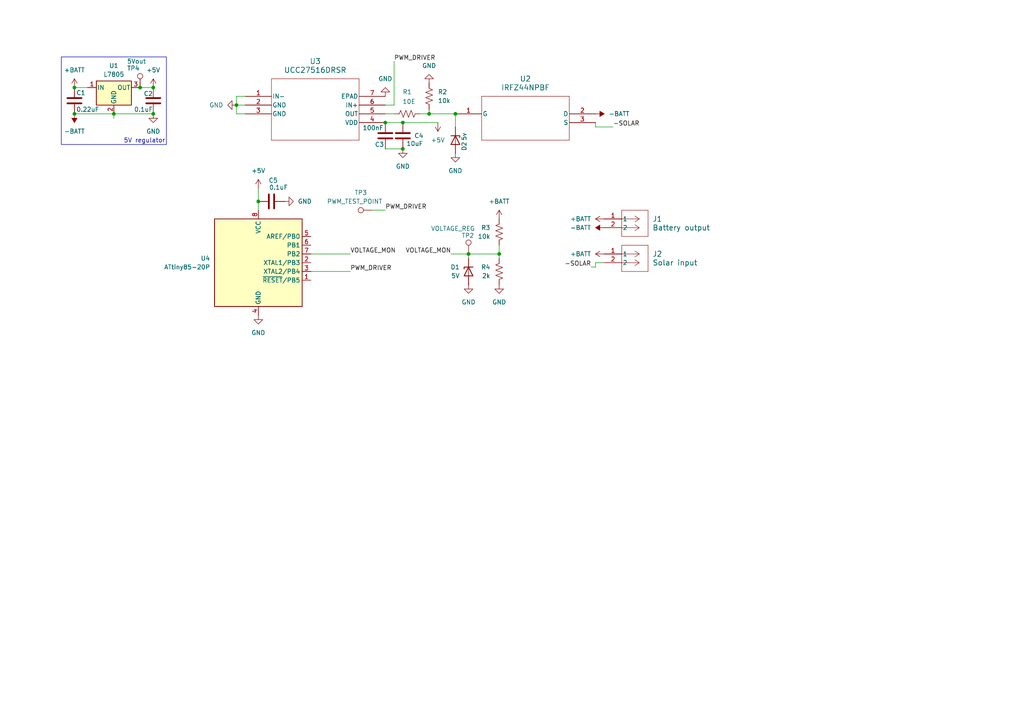
<source format=kicad_sch>
(kicad_sch
	(version 20231120)
	(generator "eeschema")
	(generator_version "8.0")
	(uuid "48dd2724-bbb2-47b2-a2ac-7ce5a113ec8a")
	(paper "A4")
	(lib_symbols
		(symbol "Connector:TestPoint"
			(pin_numbers hide)
			(pin_names
				(offset 0.762) hide)
			(exclude_from_sim no)
			(in_bom yes)
			(on_board yes)
			(property "Reference" "TP"
				(at 0 6.858 0)
				(effects
					(font
						(size 1.27 1.27)
					)
				)
			)
			(property "Value" "TestPoint"
				(at 0 5.08 0)
				(effects
					(font
						(size 1.27 1.27)
					)
				)
			)
			(property "Footprint" ""
				(at 5.08 0 0)
				(effects
					(font
						(size 1.27 1.27)
					)
					(hide yes)
				)
			)
			(property "Datasheet" "~"
				(at 5.08 0 0)
				(effects
					(font
						(size 1.27 1.27)
					)
					(hide yes)
				)
			)
			(property "Description" "test point"
				(at 0 0 0)
				(effects
					(font
						(size 1.27 1.27)
					)
					(hide yes)
				)
			)
			(property "ki_keywords" "test point tp"
				(at 0 0 0)
				(effects
					(font
						(size 1.27 1.27)
					)
					(hide yes)
				)
			)
			(property "ki_fp_filters" "Pin* Test*"
				(at 0 0 0)
				(effects
					(font
						(size 1.27 1.27)
					)
					(hide yes)
				)
			)
			(symbol "TestPoint_0_1"
				(circle
					(center 0 3.302)
					(radius 0.762)
					(stroke
						(width 0)
						(type default)
					)
					(fill
						(type none)
					)
				)
			)
			(symbol "TestPoint_1_1"
				(pin passive line
					(at 0 0 90)
					(length 2.54)
					(name "1"
						(effects
							(font
								(size 1.27 1.27)
							)
						)
					)
					(number "1"
						(effects
							(font
								(size 1.27 1.27)
							)
						)
					)
				)
			)
		)
		(symbol "Device:C"
			(pin_numbers hide)
			(pin_names
				(offset 0.254)
			)
			(exclude_from_sim no)
			(in_bom yes)
			(on_board yes)
			(property "Reference" "C"
				(at 0.635 2.54 0)
				(effects
					(font
						(size 1.27 1.27)
					)
					(justify left)
				)
			)
			(property "Value" "C"
				(at 0.635 -2.54 0)
				(effects
					(font
						(size 1.27 1.27)
					)
					(justify left)
				)
			)
			(property "Footprint" ""
				(at 0.9652 -3.81 0)
				(effects
					(font
						(size 1.27 1.27)
					)
					(hide yes)
				)
			)
			(property "Datasheet" "~"
				(at 0 0 0)
				(effects
					(font
						(size 1.27 1.27)
					)
					(hide yes)
				)
			)
			(property "Description" "Unpolarized capacitor"
				(at 0 0 0)
				(effects
					(font
						(size 1.27 1.27)
					)
					(hide yes)
				)
			)
			(property "ki_keywords" "cap capacitor"
				(at 0 0 0)
				(effects
					(font
						(size 1.27 1.27)
					)
					(hide yes)
				)
			)
			(property "ki_fp_filters" "C_*"
				(at 0 0 0)
				(effects
					(font
						(size 1.27 1.27)
					)
					(hide yes)
				)
			)
			(symbol "C_0_1"
				(polyline
					(pts
						(xy -2.032 -0.762) (xy 2.032 -0.762)
					)
					(stroke
						(width 0.508)
						(type default)
					)
					(fill
						(type none)
					)
				)
				(polyline
					(pts
						(xy -2.032 0.762) (xy 2.032 0.762)
					)
					(stroke
						(width 0.508)
						(type default)
					)
					(fill
						(type none)
					)
				)
			)
			(symbol "C_1_1"
				(pin passive line
					(at 0 3.81 270)
					(length 2.794)
					(name "~"
						(effects
							(font
								(size 1.27 1.27)
							)
						)
					)
					(number "1"
						(effects
							(font
								(size 1.27 1.27)
							)
						)
					)
				)
				(pin passive line
					(at 0 -3.81 90)
					(length 2.794)
					(name "~"
						(effects
							(font
								(size 1.27 1.27)
							)
						)
					)
					(number "2"
						(effects
							(font
								(size 1.27 1.27)
							)
						)
					)
				)
			)
		)
		(symbol "Device:D_Zener"
			(pin_numbers hide)
			(pin_names
				(offset 1.016) hide)
			(exclude_from_sim no)
			(in_bom yes)
			(on_board yes)
			(property "Reference" "D"
				(at 0 2.54 0)
				(effects
					(font
						(size 1.27 1.27)
					)
				)
			)
			(property "Value" "D_Zener"
				(at 0 -2.54 0)
				(effects
					(font
						(size 1.27 1.27)
					)
				)
			)
			(property "Footprint" ""
				(at 0 0 0)
				(effects
					(font
						(size 1.27 1.27)
					)
					(hide yes)
				)
			)
			(property "Datasheet" "~"
				(at 0 0 0)
				(effects
					(font
						(size 1.27 1.27)
					)
					(hide yes)
				)
			)
			(property "Description" "Zener diode"
				(at 0 0 0)
				(effects
					(font
						(size 1.27 1.27)
					)
					(hide yes)
				)
			)
			(property "ki_keywords" "diode"
				(at 0 0 0)
				(effects
					(font
						(size 1.27 1.27)
					)
					(hide yes)
				)
			)
			(property "ki_fp_filters" "TO-???* *_Diode_* *SingleDiode* D_*"
				(at 0 0 0)
				(effects
					(font
						(size 1.27 1.27)
					)
					(hide yes)
				)
			)
			(symbol "D_Zener_0_1"
				(polyline
					(pts
						(xy 1.27 0) (xy -1.27 0)
					)
					(stroke
						(width 0)
						(type default)
					)
					(fill
						(type none)
					)
				)
				(polyline
					(pts
						(xy -1.27 -1.27) (xy -1.27 1.27) (xy -0.762 1.27)
					)
					(stroke
						(width 0.254)
						(type default)
					)
					(fill
						(type none)
					)
				)
				(polyline
					(pts
						(xy 1.27 -1.27) (xy 1.27 1.27) (xy -1.27 0) (xy 1.27 -1.27)
					)
					(stroke
						(width 0.254)
						(type default)
					)
					(fill
						(type none)
					)
				)
			)
			(symbol "D_Zener_1_1"
				(pin passive line
					(at -3.81 0 0)
					(length 2.54)
					(name "K"
						(effects
							(font
								(size 1.27 1.27)
							)
						)
					)
					(number "1"
						(effects
							(font
								(size 1.27 1.27)
							)
						)
					)
				)
				(pin passive line
					(at 3.81 0 180)
					(length 2.54)
					(name "A"
						(effects
							(font
								(size 1.27 1.27)
							)
						)
					)
					(number "2"
						(effects
							(font
								(size 1.27 1.27)
							)
						)
					)
				)
			)
		)
		(symbol "Device:R_US"
			(pin_numbers hide)
			(pin_names
				(offset 0)
			)
			(exclude_from_sim no)
			(in_bom yes)
			(on_board yes)
			(property "Reference" "R"
				(at 2.54 0 90)
				(effects
					(font
						(size 1.27 1.27)
					)
				)
			)
			(property "Value" "R_US"
				(at -2.54 0 90)
				(effects
					(font
						(size 1.27 1.27)
					)
				)
			)
			(property "Footprint" ""
				(at 1.016 -0.254 90)
				(effects
					(font
						(size 1.27 1.27)
					)
					(hide yes)
				)
			)
			(property "Datasheet" "~"
				(at 0 0 0)
				(effects
					(font
						(size 1.27 1.27)
					)
					(hide yes)
				)
			)
			(property "Description" "Resistor, US symbol"
				(at 0 0 0)
				(effects
					(font
						(size 1.27 1.27)
					)
					(hide yes)
				)
			)
			(property "ki_keywords" "R res resistor"
				(at 0 0 0)
				(effects
					(font
						(size 1.27 1.27)
					)
					(hide yes)
				)
			)
			(property "ki_fp_filters" "R_*"
				(at 0 0 0)
				(effects
					(font
						(size 1.27 1.27)
					)
					(hide yes)
				)
			)
			(symbol "R_US_0_1"
				(polyline
					(pts
						(xy 0 -2.286) (xy 0 -2.54)
					)
					(stroke
						(width 0)
						(type default)
					)
					(fill
						(type none)
					)
				)
				(polyline
					(pts
						(xy 0 2.286) (xy 0 2.54)
					)
					(stroke
						(width 0)
						(type default)
					)
					(fill
						(type none)
					)
				)
				(polyline
					(pts
						(xy 0 -0.762) (xy 1.016 -1.143) (xy 0 -1.524) (xy -1.016 -1.905) (xy 0 -2.286)
					)
					(stroke
						(width 0)
						(type default)
					)
					(fill
						(type none)
					)
				)
				(polyline
					(pts
						(xy 0 0.762) (xy 1.016 0.381) (xy 0 0) (xy -1.016 -0.381) (xy 0 -0.762)
					)
					(stroke
						(width 0)
						(type default)
					)
					(fill
						(type none)
					)
				)
				(polyline
					(pts
						(xy 0 2.286) (xy 1.016 1.905) (xy 0 1.524) (xy -1.016 1.143) (xy 0 0.762)
					)
					(stroke
						(width 0)
						(type default)
					)
					(fill
						(type none)
					)
				)
			)
			(symbol "R_US_1_1"
				(pin passive line
					(at 0 3.81 270)
					(length 1.27)
					(name "~"
						(effects
							(font
								(size 1.27 1.27)
							)
						)
					)
					(number "1"
						(effects
							(font
								(size 1.27 1.27)
							)
						)
					)
				)
				(pin passive line
					(at 0 -3.81 90)
					(length 1.27)
					(name "~"
						(effects
							(font
								(size 1.27 1.27)
							)
						)
					)
					(number "2"
						(effects
							(font
								(size 1.27 1.27)
							)
						)
					)
				)
			)
		)
		(symbol "HighCurrentConnectors:4DB-P108-02"
			(pin_names
				(offset 0.254)
			)
			(exclude_from_sim no)
			(in_bom yes)
			(on_board yes)
			(property "Reference" "J"
				(at 8.89 6.35 0)
				(effects
					(font
						(size 1.524 1.524)
					)
				)
			)
			(property "Value" "4DB-P108-02"
				(at 8.382 3.81 0)
				(effects
					(font
						(size 1.524 1.524)
					)
				)
			)
			(property "Footprint" "HighCurrentConnectors:CONN_4DB-P108-02_TEC"
				(at 9.144 -6.096 0)
				(effects
					(font
						(size 1.27 1.27)
						(italic yes)
					)
					(hide yes)
				)
			)
			(property "Datasheet" "4DB-P108-02"
				(at 7.874 -8.128 0)
				(effects
					(font
						(size 1.27 1.27)
						(italic yes)
					)
					(hide yes)
				)
			)
			(property "Description" ""
				(at 0 0 0)
				(effects
					(font
						(size 1.27 1.27)
					)
					(hide yes)
				)
			)
			(property "ki_keywords" "4DB-P108-02"
				(at 0 0 0)
				(effects
					(font
						(size 1.27 1.27)
					)
					(hide yes)
				)
			)
			(property "ki_fp_filters" "CONN_4DB-P108-02_TEC"
				(at 0 0 0)
				(effects
					(font
						(size 1.27 1.27)
					)
					(hide yes)
				)
			)
			(symbol "4DB-P108-02_1_1"
				(polyline
					(pts
						(xy 5.08 -5.08) (xy 12.7 -5.08)
					)
					(stroke
						(width 0.127)
						(type default)
					)
					(fill
						(type none)
					)
				)
				(polyline
					(pts
						(xy 5.08 2.54) (xy 5.08 -5.08)
					)
					(stroke
						(width 0.127)
						(type default)
					)
					(fill
						(type none)
					)
				)
				(polyline
					(pts
						(xy 10.16 -2.54) (xy 5.08 -2.54)
					)
					(stroke
						(width 0.127)
						(type default)
					)
					(fill
						(type none)
					)
				)
				(polyline
					(pts
						(xy 10.16 -2.54) (xy 8.89 -3.3867)
					)
					(stroke
						(width 0.127)
						(type default)
					)
					(fill
						(type none)
					)
				)
				(polyline
					(pts
						(xy 10.16 -2.54) (xy 8.89 -1.6933)
					)
					(stroke
						(width 0.127)
						(type default)
					)
					(fill
						(type none)
					)
				)
				(polyline
					(pts
						(xy 10.16 0) (xy 5.08 0)
					)
					(stroke
						(width 0.127)
						(type default)
					)
					(fill
						(type none)
					)
				)
				(polyline
					(pts
						(xy 10.16 0) (xy 8.89 -0.8467)
					)
					(stroke
						(width 0.127)
						(type default)
					)
					(fill
						(type none)
					)
				)
				(polyline
					(pts
						(xy 10.16 0) (xy 8.89 0.8467)
					)
					(stroke
						(width 0.127)
						(type default)
					)
					(fill
						(type none)
					)
				)
				(polyline
					(pts
						(xy 12.7 -5.08) (xy 12.7 2.54)
					)
					(stroke
						(width 0.127)
						(type default)
					)
					(fill
						(type none)
					)
				)
				(polyline
					(pts
						(xy 12.7 2.54) (xy 5.08 2.54)
					)
					(stroke
						(width 0.127)
						(type default)
					)
					(fill
						(type none)
					)
				)
				(pin unspecified line
					(at 0 0 0)
					(length 5.08)
					(name "1"
						(effects
							(font
								(size 1.27 1.27)
							)
						)
					)
					(number "1"
						(effects
							(font
								(size 1.27 1.27)
							)
						)
					)
				)
				(pin unspecified line
					(at 0 -2.54 0)
					(length 5.08)
					(name "2"
						(effects
							(font
								(size 1.27 1.27)
							)
						)
					)
					(number "2"
						(effects
							(font
								(size 1.27 1.27)
							)
						)
					)
				)
			)
			(symbol "4DB-P108-02_1_2"
				(polyline
					(pts
						(xy 5.08 -5.08) (xy 12.7 -5.08)
					)
					(stroke
						(width 0.127)
						(type default)
					)
					(fill
						(type none)
					)
				)
				(polyline
					(pts
						(xy 5.08 2.54) (xy 5.08 -5.08)
					)
					(stroke
						(width 0.127)
						(type default)
					)
					(fill
						(type none)
					)
				)
				(polyline
					(pts
						(xy 7.62 -2.54) (xy 5.08 -2.54)
					)
					(stroke
						(width 0.127)
						(type default)
					)
					(fill
						(type none)
					)
				)
				(polyline
					(pts
						(xy 7.62 -2.54) (xy 8.89 -3.3867)
					)
					(stroke
						(width 0.127)
						(type default)
					)
					(fill
						(type none)
					)
				)
				(polyline
					(pts
						(xy 7.62 -2.54) (xy 8.89 -1.6933)
					)
					(stroke
						(width 0.127)
						(type default)
					)
					(fill
						(type none)
					)
				)
				(polyline
					(pts
						(xy 7.62 0) (xy 5.08 0)
					)
					(stroke
						(width 0.127)
						(type default)
					)
					(fill
						(type none)
					)
				)
				(polyline
					(pts
						(xy 7.62 0) (xy 8.89 -0.8467)
					)
					(stroke
						(width 0.127)
						(type default)
					)
					(fill
						(type none)
					)
				)
				(polyline
					(pts
						(xy 7.62 0) (xy 8.89 0.8467)
					)
					(stroke
						(width 0.127)
						(type default)
					)
					(fill
						(type none)
					)
				)
				(polyline
					(pts
						(xy 12.7 -5.08) (xy 12.7 2.54)
					)
					(stroke
						(width 0.127)
						(type default)
					)
					(fill
						(type none)
					)
				)
				(polyline
					(pts
						(xy 12.7 2.54) (xy 5.08 2.54)
					)
					(stroke
						(width 0.127)
						(type default)
					)
					(fill
						(type none)
					)
				)
				(pin unspecified line
					(at 0 0 0)
					(length 5.08)
					(name "1"
						(effects
							(font
								(size 1.27 1.27)
							)
						)
					)
					(number "1"
						(effects
							(font
								(size 1.27 1.27)
							)
						)
					)
				)
				(pin unspecified line
					(at 0 -2.54 0)
					(length 5.08)
					(name "2"
						(effects
							(font
								(size 1.27 1.27)
							)
						)
					)
					(number "2"
						(effects
							(font
								(size 1.27 1.27)
							)
						)
					)
				)
			)
		)
		(symbol "IRFZ44NPBF:IRFZ44NPBF"
			(pin_names
				(offset 0.254)
			)
			(exclude_from_sim no)
			(in_bom yes)
			(on_board yes)
			(property "Reference" "U2"
				(at 20.32 10.16 0)
				(effects
					(font
						(size 1.524 1.524)
					)
				)
			)
			(property "Value" "IRFZ44NPBF"
				(at 20.32 7.62 0)
				(effects
					(font
						(size 1.524 1.524)
					)
				)
			)
			(property "Footprint" "IRFZ44NPBF:PG-TO220-3_INF"
				(at 18.034 -3.302 0)
				(effects
					(font
						(size 1.27 1.27)
						(italic yes)
					)
					(hide yes)
				)
			)
			(property "Datasheet" "IRFZ44NPBF"
				(at 14.986 2.54 0)
				(effects
					(font
						(size 1.27 1.27)
						(italic yes)
					)
					(hide yes)
				)
			)
			(property "Description" ""
				(at 0 0 0)
				(effects
					(font
						(size 1.27 1.27)
					)
					(hide yes)
				)
			)
			(property "ki_keywords" "IRFZ44NPBF"
				(at 0 0 0)
				(effects
					(font
						(size 1.27 1.27)
					)
					(hide yes)
				)
			)
			(property "ki_fp_filters" "PG-TO220-3_INF"
				(at 0 0 0)
				(effects
					(font
						(size 1.27 1.27)
					)
					(hide yes)
				)
			)
			(symbol "IRFZ44NPBF_0_1"
				(polyline
					(pts
						(xy 7.62 -7.62) (xy 33.02 -7.62)
					)
					(stroke
						(width 0.127)
						(type default)
					)
					(fill
						(type none)
					)
				)
				(polyline
					(pts
						(xy 7.62 5.08) (xy 7.62 -7.62)
					)
					(stroke
						(width 0.127)
						(type default)
					)
					(fill
						(type none)
					)
				)
				(polyline
					(pts
						(xy 33.02 -7.62) (xy 33.02 5.08)
					)
					(stroke
						(width 0.127)
						(type default)
					)
					(fill
						(type none)
					)
				)
				(polyline
					(pts
						(xy 33.02 5.08) (xy 7.62 5.08)
					)
					(stroke
						(width 0.127)
						(type default)
					)
					(fill
						(type none)
					)
				)
			)
			(symbol "IRFZ44NPBF_1_1"
				(pin input line
					(at 0 0 0)
					(length 7.62)
					(name "G"
						(effects
							(font
								(size 1.27 1.27)
							)
						)
					)
					(number "1"
						(effects
							(font
								(size 1.27 1.27)
							)
						)
					)
				)
				(pin power_in line
					(at 40.64 0 180)
					(length 7.62)
					(name "D"
						(effects
							(font
								(size 1.27 1.27)
							)
						)
					)
					(number "2"
						(effects
							(font
								(size 1.27 1.27)
							)
						)
					)
				)
				(pin power_out line
					(at 40.64 -2.54 180)
					(length 7.62)
					(name "S"
						(effects
							(font
								(size 1.27 1.27)
							)
						)
					)
					(number "3"
						(effects
							(font
								(size 1.27 1.27)
							)
						)
					)
				)
			)
		)
		(symbol "MCU_Microchip_ATtiny:ATtiny85-20P"
			(exclude_from_sim no)
			(in_bom yes)
			(on_board yes)
			(property "Reference" "U"
				(at -12.7 13.97 0)
				(effects
					(font
						(size 1.27 1.27)
					)
					(justify left bottom)
				)
			)
			(property "Value" "ATtiny85-20P"
				(at 2.54 -13.97 0)
				(effects
					(font
						(size 1.27 1.27)
					)
					(justify left top)
				)
			)
			(property "Footprint" "Package_DIP:DIP-8_W7.62mm"
				(at 0 0 0)
				(effects
					(font
						(size 1.27 1.27)
						(italic yes)
					)
					(hide yes)
				)
			)
			(property "Datasheet" "http://ww1.microchip.com/downloads/en/DeviceDoc/atmel-2586-avr-8-bit-microcontroller-attiny25-attiny45-attiny85_datasheet.pdf"
				(at 0 0 0)
				(effects
					(font
						(size 1.27 1.27)
					)
					(hide yes)
				)
			)
			(property "Description" "20MHz, 8kB Flash, 512B SRAM, 512B EEPROM, debugWIRE, DIP-8"
				(at 0 0 0)
				(effects
					(font
						(size 1.27 1.27)
					)
					(hide yes)
				)
			)
			(property "ki_keywords" "AVR 8bit Microcontroller tinyAVR"
				(at 0 0 0)
				(effects
					(font
						(size 1.27 1.27)
					)
					(hide yes)
				)
			)
			(property "ki_fp_filters" "DIP*W7.62mm*"
				(at 0 0 0)
				(effects
					(font
						(size 1.27 1.27)
					)
					(hide yes)
				)
			)
			(symbol "ATtiny85-20P_0_1"
				(rectangle
					(start -12.7 -12.7)
					(end 12.7 12.7)
					(stroke
						(width 0.254)
						(type default)
					)
					(fill
						(type background)
					)
				)
			)
			(symbol "ATtiny85-20P_1_1"
				(pin bidirectional line
					(at 15.24 -5.08 180)
					(length 2.54)
					(name "~{RESET}/PB5"
						(effects
							(font
								(size 1.27 1.27)
							)
						)
					)
					(number "1"
						(effects
							(font
								(size 1.27 1.27)
							)
						)
					)
				)
				(pin bidirectional line
					(at 15.24 0 180)
					(length 2.54)
					(name "XTAL1/PB3"
						(effects
							(font
								(size 1.27 1.27)
							)
						)
					)
					(number "2"
						(effects
							(font
								(size 1.27 1.27)
							)
						)
					)
				)
				(pin bidirectional line
					(at 15.24 -2.54 180)
					(length 2.54)
					(name "XTAL2/PB4"
						(effects
							(font
								(size 1.27 1.27)
							)
						)
					)
					(number "3"
						(effects
							(font
								(size 1.27 1.27)
							)
						)
					)
				)
				(pin power_in line
					(at 0 -15.24 90)
					(length 2.54)
					(name "GND"
						(effects
							(font
								(size 1.27 1.27)
							)
						)
					)
					(number "4"
						(effects
							(font
								(size 1.27 1.27)
							)
						)
					)
				)
				(pin bidirectional line
					(at 15.24 7.62 180)
					(length 2.54)
					(name "AREF/PB0"
						(effects
							(font
								(size 1.27 1.27)
							)
						)
					)
					(number "5"
						(effects
							(font
								(size 1.27 1.27)
							)
						)
					)
				)
				(pin bidirectional line
					(at 15.24 5.08 180)
					(length 2.54)
					(name "PB1"
						(effects
							(font
								(size 1.27 1.27)
							)
						)
					)
					(number "6"
						(effects
							(font
								(size 1.27 1.27)
							)
						)
					)
				)
				(pin bidirectional line
					(at 15.24 2.54 180)
					(length 2.54)
					(name "PB2"
						(effects
							(font
								(size 1.27 1.27)
							)
						)
					)
					(number "7"
						(effects
							(font
								(size 1.27 1.27)
							)
						)
					)
				)
				(pin power_in line
					(at 0 15.24 270)
					(length 2.54)
					(name "VCC"
						(effects
							(font
								(size 1.27 1.27)
							)
						)
					)
					(number "8"
						(effects
							(font
								(size 1.27 1.27)
							)
						)
					)
				)
			)
		)
		(symbol "Regulator_Linear:L7805"
			(pin_names
				(offset 0.254)
			)
			(exclude_from_sim no)
			(in_bom yes)
			(on_board yes)
			(property "Reference" "U"
				(at -3.81 3.175 0)
				(effects
					(font
						(size 1.27 1.27)
					)
				)
			)
			(property "Value" "L7805"
				(at 0 3.175 0)
				(effects
					(font
						(size 1.27 1.27)
					)
					(justify left)
				)
			)
			(property "Footprint" ""
				(at 0.635 -3.81 0)
				(effects
					(font
						(size 1.27 1.27)
						(italic yes)
					)
					(justify left)
					(hide yes)
				)
			)
			(property "Datasheet" "http://www.st.com/content/ccc/resource/technical/document/datasheet/41/4f/b3/b0/12/d4/47/88/CD00000444.pdf/files/CD00000444.pdf/jcr:content/translations/en.CD00000444.pdf"
				(at 0 -1.27 0)
				(effects
					(font
						(size 1.27 1.27)
					)
					(hide yes)
				)
			)
			(property "Description" "Positive 1.5A 35V Linear Regulator, Fixed Output 5V, TO-220/TO-263/TO-252"
				(at 0 0 0)
				(effects
					(font
						(size 1.27 1.27)
					)
					(hide yes)
				)
			)
			(property "ki_keywords" "Voltage Regulator 1.5A Positive"
				(at 0 0 0)
				(effects
					(font
						(size 1.27 1.27)
					)
					(hide yes)
				)
			)
			(property "ki_fp_filters" "TO?252* TO?263* TO?220*"
				(at 0 0 0)
				(effects
					(font
						(size 1.27 1.27)
					)
					(hide yes)
				)
			)
			(symbol "L7805_0_1"
				(rectangle
					(start -5.08 1.905)
					(end 5.08 -5.08)
					(stroke
						(width 0.254)
						(type default)
					)
					(fill
						(type background)
					)
				)
			)
			(symbol "L7805_1_1"
				(pin power_in line
					(at -7.62 0 0)
					(length 2.54)
					(name "IN"
						(effects
							(font
								(size 1.27 1.27)
							)
						)
					)
					(number "1"
						(effects
							(font
								(size 1.27 1.27)
							)
						)
					)
				)
				(pin power_in line
					(at 0 -7.62 90)
					(length 2.54)
					(name "GND"
						(effects
							(font
								(size 1.27 1.27)
							)
						)
					)
					(number "2"
						(effects
							(font
								(size 1.27 1.27)
							)
						)
					)
				)
				(pin power_out line
					(at 7.62 0 180)
					(length 2.54)
					(name "OUT"
						(effects
							(font
								(size 1.27 1.27)
							)
						)
					)
					(number "3"
						(effects
							(font
								(size 1.27 1.27)
							)
						)
					)
				)
			)
		)
		(symbol "UCC27516:UCC27516DRSR"
			(pin_names
				(offset 0.254)
			)
			(exclude_from_sim no)
			(in_bom yes)
			(on_board yes)
			(property "Reference" "U"
				(at 20.32 10.16 0)
				(effects
					(font
						(size 1.524 1.524)
					)
				)
			)
			(property "Value" "UCC27516DRSR"
				(at 20.32 7.62 0)
				(effects
					(font
						(size 1.524 1.524)
					)
				)
			)
			(property "Footprint" "UCC27516:UCC27516"
				(at 19.558 -10.16 0)
				(effects
					(font
						(size 1.27 1.27)
						(italic yes)
					)
					(hide yes)
				)
			)
			(property "Datasheet" "UCC27516DRSR"
				(at 19.812 2.54 0)
				(effects
					(font
						(size 1.27 1.27)
						(italic yes)
					)
					(hide yes)
				)
			)
			(property "Description" ""
				(at 0 0 0)
				(effects
					(font
						(size 1.27 1.27)
					)
					(hide yes)
				)
			)
			(property "ki_keywords" "UCC27516DRSR"
				(at 0 0 0)
				(effects
					(font
						(size 1.27 1.27)
					)
					(hide yes)
				)
			)
			(property "ki_fp_filters" "DRS6_1P2X1P9_TEX"
				(at 0 0 0)
				(effects
					(font
						(size 1.27 1.27)
					)
					(hide yes)
				)
			)
			(symbol "UCC27516DRSR_0_1"
				(polyline
					(pts
						(xy 7.62 -12.7) (xy 33.02 -12.7)
					)
					(stroke
						(width 0.127)
						(type default)
					)
					(fill
						(type none)
					)
				)
				(polyline
					(pts
						(xy 7.62 5.08) (xy 7.62 -12.7)
					)
					(stroke
						(width 0.127)
						(type default)
					)
					(fill
						(type none)
					)
				)
				(polyline
					(pts
						(xy 33.02 -12.7) (xy 33.02 5.08)
					)
					(stroke
						(width 0.127)
						(type default)
					)
					(fill
						(type none)
					)
				)
				(polyline
					(pts
						(xy 33.02 5.08) (xy 7.62 5.08)
					)
					(stroke
						(width 0.127)
						(type default)
					)
					(fill
						(type none)
					)
				)
				(pin input line
					(at 0 0 0)
					(length 7.62)
					(name "IN-"
						(effects
							(font
								(size 1.27 1.27)
							)
						)
					)
					(number "1"
						(effects
							(font
								(size 1.27 1.27)
							)
						)
					)
				)
				(pin power_out line
					(at 0 -2.54 0)
					(length 7.62)
					(name "GND"
						(effects
							(font
								(size 1.27 1.27)
							)
						)
					)
					(number "2"
						(effects
							(font
								(size 1.27 1.27)
							)
						)
					)
				)
				(pin power_out line
					(at 0 -5.08 0)
					(length 7.62)
					(name "GND"
						(effects
							(font
								(size 1.27 1.27)
							)
						)
					)
					(number "3"
						(effects
							(font
								(size 1.27 1.27)
							)
						)
					)
				)
				(pin power_in line
					(at 40.64 -7.62 180)
					(length 7.62)
					(name "VDD"
						(effects
							(font
								(size 1.27 1.27)
							)
						)
					)
					(number "4"
						(effects
							(font
								(size 1.27 1.27)
							)
						)
					)
				)
				(pin output line
					(at 40.64 -5.08 180)
					(length 7.62)
					(name "OUT"
						(effects
							(font
								(size 1.27 1.27)
							)
						)
					)
					(number "5"
						(effects
							(font
								(size 1.27 1.27)
							)
						)
					)
				)
				(pin input line
					(at 40.64 -2.54 180)
					(length 7.62)
					(name "IN+"
						(effects
							(font
								(size 1.27 1.27)
							)
						)
					)
					(number "6"
						(effects
							(font
								(size 1.27 1.27)
							)
						)
					)
				)
				(pin power_out line
					(at 40.64 0 180)
					(length 7.62)
					(name "EPAD"
						(effects
							(font
								(size 1.27 1.27)
							)
						)
					)
					(number "7"
						(effects
							(font
								(size 1.27 1.27)
							)
						)
					)
				)
			)
		)
		(symbol "power:+5V"
			(power)
			(pin_numbers hide)
			(pin_names
				(offset 0) hide)
			(exclude_from_sim no)
			(in_bom yes)
			(on_board yes)
			(property "Reference" "#PWR"
				(at 0 -3.81 0)
				(effects
					(font
						(size 1.27 1.27)
					)
					(hide yes)
				)
			)
			(property "Value" "+5V"
				(at 0 3.556 0)
				(effects
					(font
						(size 1.27 1.27)
					)
				)
			)
			(property "Footprint" ""
				(at 0 0 0)
				(effects
					(font
						(size 1.27 1.27)
					)
					(hide yes)
				)
			)
			(property "Datasheet" ""
				(at 0 0 0)
				(effects
					(font
						(size 1.27 1.27)
					)
					(hide yes)
				)
			)
			(property "Description" "Power symbol creates a global label with name \"+5V\""
				(at 0 0 0)
				(effects
					(font
						(size 1.27 1.27)
					)
					(hide yes)
				)
			)
			(property "ki_keywords" "global power"
				(at 0 0 0)
				(effects
					(font
						(size 1.27 1.27)
					)
					(hide yes)
				)
			)
			(symbol "+5V_0_1"
				(polyline
					(pts
						(xy -0.762 1.27) (xy 0 2.54)
					)
					(stroke
						(width 0)
						(type default)
					)
					(fill
						(type none)
					)
				)
				(polyline
					(pts
						(xy 0 0) (xy 0 2.54)
					)
					(stroke
						(width 0)
						(type default)
					)
					(fill
						(type none)
					)
				)
				(polyline
					(pts
						(xy 0 2.54) (xy 0.762 1.27)
					)
					(stroke
						(width 0)
						(type default)
					)
					(fill
						(type none)
					)
				)
			)
			(symbol "+5V_1_1"
				(pin power_in line
					(at 0 0 90)
					(length 0)
					(name "~"
						(effects
							(font
								(size 1.27 1.27)
							)
						)
					)
					(number "1"
						(effects
							(font
								(size 1.27 1.27)
							)
						)
					)
				)
			)
		)
		(symbol "power:+BATT"
			(power)
			(pin_numbers hide)
			(pin_names
				(offset 0) hide)
			(exclude_from_sim no)
			(in_bom yes)
			(on_board yes)
			(property "Reference" "#PWR"
				(at 0 -3.81 0)
				(effects
					(font
						(size 1.27 1.27)
					)
					(hide yes)
				)
			)
			(property "Value" "+BATT"
				(at 0 3.556 0)
				(effects
					(font
						(size 1.27 1.27)
					)
				)
			)
			(property "Footprint" ""
				(at 0 0 0)
				(effects
					(font
						(size 1.27 1.27)
					)
					(hide yes)
				)
			)
			(property "Datasheet" ""
				(at 0 0 0)
				(effects
					(font
						(size 1.27 1.27)
					)
					(hide yes)
				)
			)
			(property "Description" "Power symbol creates a global label with name \"+BATT\""
				(at 0 0 0)
				(effects
					(font
						(size 1.27 1.27)
					)
					(hide yes)
				)
			)
			(property "ki_keywords" "global power battery"
				(at 0 0 0)
				(effects
					(font
						(size 1.27 1.27)
					)
					(hide yes)
				)
			)
			(symbol "+BATT_0_1"
				(polyline
					(pts
						(xy -0.762 1.27) (xy 0 2.54)
					)
					(stroke
						(width 0)
						(type default)
					)
					(fill
						(type none)
					)
				)
				(polyline
					(pts
						(xy 0 0) (xy 0 2.54)
					)
					(stroke
						(width 0)
						(type default)
					)
					(fill
						(type none)
					)
				)
				(polyline
					(pts
						(xy 0 2.54) (xy 0.762 1.27)
					)
					(stroke
						(width 0)
						(type default)
					)
					(fill
						(type none)
					)
				)
			)
			(symbol "+BATT_1_1"
				(pin power_in line
					(at 0 0 90)
					(length 0)
					(name "~"
						(effects
							(font
								(size 1.27 1.27)
							)
						)
					)
					(number "1"
						(effects
							(font
								(size 1.27 1.27)
							)
						)
					)
				)
			)
		)
		(symbol "power:-BATT"
			(power)
			(pin_numbers hide)
			(pin_names
				(offset 0) hide)
			(exclude_from_sim no)
			(in_bom yes)
			(on_board yes)
			(property "Reference" "#PWR"
				(at 0 -3.81 0)
				(effects
					(font
						(size 1.27 1.27)
					)
					(hide yes)
				)
			)
			(property "Value" "-BATT"
				(at 0 3.556 0)
				(effects
					(font
						(size 1.27 1.27)
					)
				)
			)
			(property "Footprint" ""
				(at 0 0 0)
				(effects
					(font
						(size 1.27 1.27)
					)
					(hide yes)
				)
			)
			(property "Datasheet" ""
				(at 0 0 0)
				(effects
					(font
						(size 1.27 1.27)
					)
					(hide yes)
				)
			)
			(property "Description" "Power symbol creates a global label with name \"-BATT\""
				(at 0 0 0)
				(effects
					(font
						(size 1.27 1.27)
					)
					(hide yes)
				)
			)
			(property "ki_keywords" "global power battery"
				(at 0 0 0)
				(effects
					(font
						(size 1.27 1.27)
					)
					(hide yes)
				)
			)
			(symbol "-BATT_0_1"
				(polyline
					(pts
						(xy 0 0) (xy 0 2.54)
					)
					(stroke
						(width 0)
						(type default)
					)
					(fill
						(type none)
					)
				)
				(polyline
					(pts
						(xy 0.762 1.27) (xy -0.762 1.27) (xy 0 2.54) (xy 0.762 1.27)
					)
					(stroke
						(width 0)
						(type default)
					)
					(fill
						(type outline)
					)
				)
			)
			(symbol "-BATT_1_1"
				(pin power_in line
					(at 0 0 90)
					(length 0)
					(name "~"
						(effects
							(font
								(size 1.27 1.27)
							)
						)
					)
					(number "1"
						(effects
							(font
								(size 1.27 1.27)
							)
						)
					)
				)
			)
		)
		(symbol "power:GND"
			(power)
			(pin_numbers hide)
			(pin_names
				(offset 0) hide)
			(exclude_from_sim no)
			(in_bom yes)
			(on_board yes)
			(property "Reference" "#PWR"
				(at 0 -6.35 0)
				(effects
					(font
						(size 1.27 1.27)
					)
					(hide yes)
				)
			)
			(property "Value" "GND"
				(at 0 -3.81 0)
				(effects
					(font
						(size 1.27 1.27)
					)
				)
			)
			(property "Footprint" ""
				(at 0 0 0)
				(effects
					(font
						(size 1.27 1.27)
					)
					(hide yes)
				)
			)
			(property "Datasheet" ""
				(at 0 0 0)
				(effects
					(font
						(size 1.27 1.27)
					)
					(hide yes)
				)
			)
			(property "Description" "Power symbol creates a global label with name \"GND\" , ground"
				(at 0 0 0)
				(effects
					(font
						(size 1.27 1.27)
					)
					(hide yes)
				)
			)
			(property "ki_keywords" "global power"
				(at 0 0 0)
				(effects
					(font
						(size 1.27 1.27)
					)
					(hide yes)
				)
			)
			(symbol "GND_0_1"
				(polyline
					(pts
						(xy 0 0) (xy 0 -1.27) (xy 1.27 -1.27) (xy 0 -2.54) (xy -1.27 -1.27) (xy 0 -1.27)
					)
					(stroke
						(width 0)
						(type default)
					)
					(fill
						(type none)
					)
				)
			)
			(symbol "GND_1_1"
				(pin power_in line
					(at 0 0 270)
					(length 0)
					(name "~"
						(effects
							(font
								(size 1.27 1.27)
							)
						)
					)
					(number "1"
						(effects
							(font
								(size 1.27 1.27)
							)
						)
					)
				)
			)
		)
	)
	(junction
		(at 144.78 73.66)
		(diameter 0)
		(color 0 0 0 0)
		(uuid "27a4e78a-6890-4f3d-a9f9-b8db0369493f")
	)
	(junction
		(at 21.59 33.02)
		(diameter 0)
		(color 0 0 0 0)
		(uuid "29b8ea15-5e56-4bd4-bde9-d424c64c129c")
	)
	(junction
		(at 135.89 73.66)
		(diameter 0)
		(color 0 0 0 0)
		(uuid "3ad1b760-b28b-47cd-85cc-7a94e7646d10")
	)
	(junction
		(at 44.45 25.4)
		(diameter 0)
		(color 0 0 0 0)
		(uuid "4660ab84-7c65-4f48-9e94-f60679c04d6e")
	)
	(junction
		(at 44.45 33.02)
		(diameter 0)
		(color 0 0 0 0)
		(uuid "4e1321e0-af19-459c-8552-9a726cf8db42")
	)
	(junction
		(at 21.59 25.4)
		(diameter 0)
		(color 0 0 0 0)
		(uuid "73c35f94-d3e3-4782-8152-7fe5722a4118")
	)
	(junction
		(at 111.76 35.56)
		(diameter 0)
		(color 0 0 0 0)
		(uuid "7721fa64-a16a-4fc2-9848-14677e37ef44")
	)
	(junction
		(at 132.08 33.02)
		(diameter 0)
		(color 0 0 0 0)
		(uuid "7f44fee6-e4ec-4941-bfe7-2a65be6e30cd")
	)
	(junction
		(at 124.46 33.02)
		(diameter 0)
		(color 0 0 0 0)
		(uuid "946ab3eb-337d-48ca-93c7-a390d27379e6")
	)
	(junction
		(at 40.64 25.4)
		(diameter 0)
		(color 0 0 0 0)
		(uuid "ae670cc0-22e1-4f10-b876-1f905965168a")
	)
	(junction
		(at 116.84 35.56)
		(diameter 0)
		(color 0 0 0 0)
		(uuid "c0cc6da9-ec63-4562-ab1c-8dc4eeedc506")
	)
	(junction
		(at 116.84 43.18)
		(diameter 0)
		(color 0 0 0 0)
		(uuid "c50fd071-7ea2-40d8-b2a8-50e246a5d582")
	)
	(junction
		(at 68.58 30.48)
		(diameter 0)
		(color 0 0 0 0)
		(uuid "ce19b2af-fd15-4c26-99ae-64df5c772456")
	)
	(junction
		(at 33.02 33.02)
		(diameter 0)
		(color 0 0 0 0)
		(uuid "ceafcd68-e469-4862-b978-20884d25ff91")
	)
	(junction
		(at 74.93 58.42)
		(diameter 0)
		(color 0 0 0 0)
		(uuid "e40adf2e-b838-492e-a19a-74bf7bf8bdc6")
	)
	(wire
		(pts
			(xy 68.58 33.02) (xy 68.58 30.48)
		)
		(stroke
			(width 0)
			(type default)
		)
		(uuid "0cf28304-e2e1-4cfa-9805-df2e50ad6dce")
	)
	(wire
		(pts
			(xy 33.02 33.02) (xy 44.45 33.02)
		)
		(stroke
			(width 0)
			(type default)
		)
		(uuid "0e54cec8-736d-41d4-9e0f-c24ce8a30393")
	)
	(wire
		(pts
			(xy 172.72 36.83) (xy 172.72 35.56)
		)
		(stroke
			(width 0)
			(type default)
		)
		(uuid "283c8f2e-7a97-437b-8480-7ba536e406e3")
	)
	(wire
		(pts
			(xy 107.95 60.96) (xy 111.76 60.96)
		)
		(stroke
			(width 0)
			(type default)
		)
		(uuid "2aed3a56-538f-4d72-8bb1-3d6c68f639e2")
	)
	(wire
		(pts
			(xy 111.76 30.48) (xy 114.3 30.48)
		)
		(stroke
			(width 0)
			(type default)
		)
		(uuid "30438f76-c47d-41f1-a6df-861f47f039f8")
	)
	(wire
		(pts
			(xy 21.59 33.02) (xy 33.02 33.02)
		)
		(stroke
			(width 0)
			(type default)
		)
		(uuid "3ff82c66-fb2b-42d6-b776-de42fc082f1c")
	)
	(wire
		(pts
			(xy 74.93 58.42) (xy 74.93 60.96)
		)
		(stroke
			(width 0)
			(type default)
		)
		(uuid "4770ec82-73f8-4c02-87ad-e5ac843e6ef4")
	)
	(wire
		(pts
			(xy 68.58 27.94) (xy 68.58 30.48)
		)
		(stroke
			(width 0)
			(type default)
		)
		(uuid "4a43f528-f5df-4417-8488-4a36b1b445b8")
	)
	(wire
		(pts
			(xy 130.81 73.66) (xy 135.89 73.66)
		)
		(stroke
			(width 0)
			(type default)
		)
		(uuid "4ba73129-0788-486c-9ecc-443abf2b7d0b")
	)
	(wire
		(pts
			(xy 90.17 78.74) (xy 101.6 78.74)
		)
		(stroke
			(width 0)
			(type default)
		)
		(uuid "61010769-d88e-4ad6-b0eb-ff318c4c0b90")
	)
	(wire
		(pts
			(xy 21.59 25.4) (xy 25.4 25.4)
		)
		(stroke
			(width 0)
			(type default)
		)
		(uuid "67bd9e04-f1ff-48f8-8e99-768e4eddc0bf")
	)
	(wire
		(pts
			(xy 33.02 34.29) (xy 33.02 33.02)
		)
		(stroke
			(width 0)
			(type default)
		)
		(uuid "6a45ab63-269e-4d22-92db-1c45039bb229")
	)
	(wire
		(pts
			(xy 116.84 35.56) (xy 127 35.56)
		)
		(stroke
			(width 0)
			(type default)
		)
		(uuid "6bc2fa2d-c1a5-46ec-b6d5-5857fc5fd07d")
	)
	(wire
		(pts
			(xy 172.72 77.47) (xy 172.72 76.2)
		)
		(stroke
			(width 0)
			(type default)
		)
		(uuid "70f2a311-90b8-4b3a-bb54-516f629dc004")
	)
	(wire
		(pts
			(xy 111.76 35.56) (xy 116.84 35.56)
		)
		(stroke
			(width 0)
			(type default)
		)
		(uuid "7c309287-5f2d-496a-8814-98406d59f4ed")
	)
	(wire
		(pts
			(xy 111.76 43.18) (xy 116.84 43.18)
		)
		(stroke
			(width 0)
			(type default)
		)
		(uuid "83d85096-69f9-4283-a06f-cdcd7a63e215")
	)
	(wire
		(pts
			(xy 71.12 33.02) (xy 68.58 33.02)
		)
		(stroke
			(width 0)
			(type default)
		)
		(uuid "85c2c1de-c4c0-4e18-9972-cf92e2acd894")
	)
	(wire
		(pts
			(xy 135.89 73.66) (xy 144.78 73.66)
		)
		(stroke
			(width 0)
			(type default)
		)
		(uuid "8db7896d-b97c-4490-9884-733e2f074823")
	)
	(wire
		(pts
			(xy 121.92 33.02) (xy 124.46 33.02)
		)
		(stroke
			(width 0)
			(type default)
		)
		(uuid "8dcca5d8-2186-460a-b9b7-cf427f0a9f1a")
	)
	(wire
		(pts
			(xy 90.17 73.66) (xy 101.6 73.66)
		)
		(stroke
			(width 0)
			(type default)
		)
		(uuid "9134d30f-09aa-4974-a06f-f923d02cc0de")
	)
	(wire
		(pts
			(xy 124.46 31.75) (xy 124.46 33.02)
		)
		(stroke
			(width 0)
			(type default)
		)
		(uuid "9762072c-6998-4309-a3b1-f7d09f0e9cdf")
	)
	(wire
		(pts
			(xy 171.45 77.47) (xy 172.72 77.47)
		)
		(stroke
			(width 0)
			(type default)
		)
		(uuid "9d5f8e9f-9021-46fa-a425-b519d20e0eb1")
	)
	(wire
		(pts
			(xy 132.08 33.02) (xy 132.08 36.83)
		)
		(stroke
			(width 0)
			(type default)
		)
		(uuid "a19e8b5c-c608-4d97-8474-7b1adb69fd03")
	)
	(wire
		(pts
			(xy 144.78 73.66) (xy 144.78 74.93)
		)
		(stroke
			(width 0)
			(type default)
		)
		(uuid "af5304e3-5ac1-478e-84fd-c9ee4ab4a9fa")
	)
	(wire
		(pts
			(xy 68.58 30.48) (xy 71.12 30.48)
		)
		(stroke
			(width 0)
			(type default)
		)
		(uuid "b4f75f3e-c13f-4b6e-b5c6-a66ccd2cd444")
	)
	(wire
		(pts
			(xy 135.89 74.93) (xy 135.89 73.66)
		)
		(stroke
			(width 0)
			(type default)
		)
		(uuid "b9507205-337f-4d34-87b2-290ff1a94add")
	)
	(wire
		(pts
			(xy 74.93 54.61) (xy 74.93 58.42)
		)
		(stroke
			(width 0)
			(type default)
		)
		(uuid "bc0f29b7-f79c-41a6-87a4-456db9bab488")
	)
	(wire
		(pts
			(xy 132.08 33.02) (xy 124.46 33.02)
		)
		(stroke
			(width 0)
			(type default)
		)
		(uuid "c1ecd2de-f5dc-488c-86b0-a0c00ae85077")
	)
	(wire
		(pts
			(xy 71.12 27.94) (xy 68.58 27.94)
		)
		(stroke
			(width 0)
			(type default)
		)
		(uuid "cbcf7ef8-0d65-4d04-83c3-5626b60fcc55")
	)
	(wire
		(pts
			(xy 111.76 33.02) (xy 114.3 33.02)
		)
		(stroke
			(width 0)
			(type default)
		)
		(uuid "d527080f-5295-4564-b8d8-f6276eece6b9")
	)
	(wire
		(pts
			(xy 144.78 71.12) (xy 144.78 73.66)
		)
		(stroke
			(width 0)
			(type default)
		)
		(uuid "d52dacba-cf5a-401d-a4f8-0f69a686d325")
	)
	(wire
		(pts
			(xy 40.64 25.4) (xy 44.45 25.4)
		)
		(stroke
			(width 0)
			(type default)
		)
		(uuid "dd86416d-4035-4ea4-9056-6735fd6917f2")
	)
	(wire
		(pts
			(xy 172.72 76.2) (xy 175.26 76.2)
		)
		(stroke
			(width 0)
			(type default)
		)
		(uuid "df5a2771-e159-4987-afc3-f14c90ce4b51")
	)
	(wire
		(pts
			(xy 114.3 17.78) (xy 114.3 30.48)
		)
		(stroke
			(width 0)
			(type default)
		)
		(uuid "f088c421-07e5-4300-bb28-e7793a6bc791")
	)
	(wire
		(pts
			(xy 177.8 36.83) (xy 172.72 36.83)
		)
		(stroke
			(width 0)
			(type default)
		)
		(uuid "f1fcd799-f125-4d8e-bfc0-7f6ed000d368")
	)
	(rectangle
		(start 17.78 16.51)
		(end 48.26 41.91)
		(stroke
			(width 0)
			(type default)
		)
		(fill
			(type none)
		)
		(uuid c1bca0ff-add6-4480-9633-cc4331348429)
	)
	(text "5V regulator"
		(exclude_from_sim no)
		(at 41.91 40.894 0)
		(effects
			(font
				(size 1.27 1.27)
			)
		)
		(uuid "39677158-091b-4b63-9ff5-4785caf09003")
	)
	(label "VOLTAGE_MON"
		(at 101.6 73.66 0)
		(fields_autoplaced yes)
		(effects
			(font
				(size 1.27 1.27)
			)
			(justify left bottom)
		)
		(uuid "0734cbd1-3799-462a-8866-ca7a5b72e62c")
	)
	(label "-SOLAR"
		(at 171.45 77.47 180)
		(fields_autoplaced yes)
		(effects
			(font
				(size 1.27 1.27)
			)
			(justify right bottom)
		)
		(uuid "09d7af7a-461f-47d4-9585-20a0fc2ba442")
	)
	(label "PWM_DRIVER"
		(at 101.6 78.74 0)
		(fields_autoplaced yes)
		(effects
			(font
				(size 1.27 1.27)
			)
			(justify left bottom)
		)
		(uuid "490f5241-7fbc-4012-a76a-461a90d2c9da")
	)
	(label "PWM_DRIVER"
		(at 111.76 60.96 0)
		(fields_autoplaced yes)
		(effects
			(font
				(size 1.27 1.27)
			)
			(justify left bottom)
		)
		(uuid "615f22a1-3d35-4017-b157-cf46a6ee8a4d")
	)
	(label "-SOLAR"
		(at 177.8 36.83 0)
		(fields_autoplaced yes)
		(effects
			(font
				(size 1.27 1.27)
			)
			(justify left bottom)
		)
		(uuid "baad4027-851f-4ce9-9230-65b5edcecd80")
	)
	(label "PWM_DRIVER"
		(at 114.3 17.78 0)
		(fields_autoplaced yes)
		(effects
			(font
				(size 1.27 1.27)
			)
			(justify left bottom)
		)
		(uuid "c9976b67-7842-4186-be3f-87f58f80fbeb")
	)
	(label "VOLTAGE_MON"
		(at 130.81 73.66 180)
		(fields_autoplaced yes)
		(effects
			(font
				(size 1.27 1.27)
			)
			(justify right bottom)
		)
		(uuid "fbf12761-b877-4065-ba42-3b2e085d2a66")
	)
	(symbol
		(lib_id "power:GND")
		(at 135.89 82.55 0)
		(mirror y)
		(unit 1)
		(exclude_from_sim no)
		(in_bom yes)
		(on_board yes)
		(dnp no)
		(fields_autoplaced yes)
		(uuid "089e4b0a-8f1e-4651-acb2-bf6e2cb03b3c")
		(property "Reference" "#PWR016"
			(at 135.89 88.9 0)
			(effects
				(font
					(size 1.27 1.27)
				)
				(hide yes)
			)
		)
		(property "Value" "GND"
			(at 135.89 87.63 0)
			(effects
				(font
					(size 1.27 1.27)
				)
			)
		)
		(property "Footprint" ""
			(at 135.89 82.55 0)
			(effects
				(font
					(size 1.27 1.27)
				)
				(hide yes)
			)
		)
		(property "Datasheet" ""
			(at 135.89 82.55 0)
			(effects
				(font
					(size 1.27 1.27)
				)
				(hide yes)
			)
		)
		(property "Description" "Power symbol creates a global label with name \"GND\" , ground"
			(at 135.89 82.55 0)
			(effects
				(font
					(size 1.27 1.27)
				)
				(hide yes)
			)
		)
		(pin "1"
			(uuid "9f524f97-0ef0-4297-b58f-e025f03bbab6")
		)
		(instances
			(project ""
				(path "/48dd2724-bbb2-47b2-a2ac-7ce5a113ec8a"
					(reference "#PWR016")
					(unit 1)
				)
			)
		)
	)
	(symbol
		(lib_id "power:+BATT")
		(at 21.59 25.4 0)
		(unit 1)
		(exclude_from_sim no)
		(in_bom yes)
		(on_board yes)
		(dnp no)
		(fields_autoplaced yes)
		(uuid "175e6112-5dc3-4667-855f-311bf867be80")
		(property "Reference" "#PWR01"
			(at 21.59 29.21 0)
			(effects
				(font
					(size 1.27 1.27)
				)
				(hide yes)
			)
		)
		(property "Value" "+BATT"
			(at 21.59 20.32 0)
			(effects
				(font
					(size 1.27 1.27)
				)
			)
		)
		(property "Footprint" ""
			(at 21.59 25.4 0)
			(effects
				(font
					(size 1.27 1.27)
				)
				(hide yes)
			)
		)
		(property "Datasheet" ""
			(at 21.59 25.4 0)
			(effects
				(font
					(size 1.27 1.27)
				)
				(hide yes)
			)
		)
		(property "Description" "Power symbol creates a global label with name \"+BATT\""
			(at 21.59 25.4 0)
			(effects
				(font
					(size 1.27 1.27)
				)
				(hide yes)
			)
		)
		(pin "1"
			(uuid "4bcd5d05-ed93-4f3b-93b8-9f9cd8e65501")
		)
		(instances
			(project ""
				(path "/48dd2724-bbb2-47b2-a2ac-7ce5a113ec8a"
					(reference "#PWR01")
					(unit 1)
				)
			)
		)
	)
	(symbol
		(lib_id "Connector:TestPoint")
		(at 135.89 73.66 0)
		(unit 1)
		(exclude_from_sim no)
		(in_bom yes)
		(on_board yes)
		(dnp no)
		(uuid "220e595f-dfe5-4ee0-ac9f-639280c8dcb8")
		(property "Reference" "TP2"
			(at 133.858 68.326 0)
			(effects
				(font
					(size 1.27 1.27)
				)
				(justify left)
			)
		)
		(property "Value" "VOLTAGE_REG"
			(at 124.968 66.294 0)
			(effects
				(font
					(size 1.27 1.27)
				)
				(justify left)
			)
		)
		(property "Footprint" "Connector_PinSocket_2.54mm:PinSocket_1x01_P2.54mm_Vertical"
			(at 140.97 73.66 0)
			(effects
				(font
					(size 1.27 1.27)
				)
				(hide yes)
			)
		)
		(property "Datasheet" "~"
			(at 140.97 73.66 0)
			(effects
				(font
					(size 1.27 1.27)
				)
				(hide yes)
			)
		)
		(property "Description" "test point"
			(at 135.89 73.66 0)
			(effects
				(font
					(size 1.27 1.27)
				)
				(hide yes)
			)
		)
		(pin "1"
			(uuid "5b3b4710-9e12-4e88-924f-d6c5c42318ac")
		)
		(instances
			(project ""
				(path "/48dd2724-bbb2-47b2-a2ac-7ce5a113ec8a"
					(reference "TP2")
					(unit 1)
				)
			)
		)
	)
	(symbol
		(lib_id "Connector:TestPoint")
		(at 107.95 60.96 90)
		(unit 1)
		(exclude_from_sim no)
		(in_bom yes)
		(on_board yes)
		(dnp no)
		(uuid "24df5875-34e0-4054-8374-91040238f6ce")
		(property "Reference" "TP3"
			(at 104.648 55.88 90)
			(effects
				(font
					(size 1.27 1.27)
				)
			)
		)
		(property "Value" "PWM_TEST_POINT"
			(at 102.87 58.42 90)
			(effects
				(font
					(size 1.27 1.27)
				)
			)
		)
		(property "Footprint" "Connector_PinSocket_2.54mm:PinSocket_1x01_P2.54mm_Vertical"
			(at 107.95 55.88 0)
			(effects
				(font
					(size 1.27 1.27)
				)
				(hide yes)
			)
		)
		(property "Datasheet" "~"
			(at 107.95 55.88 0)
			(effects
				(font
					(size 1.27 1.27)
				)
				(hide yes)
			)
		)
		(property "Description" "test point"
			(at 107.95 60.96 0)
			(effects
				(font
					(size 1.27 1.27)
				)
				(hide yes)
			)
		)
		(pin "1"
			(uuid "32ed36a8-67a0-47bf-a95c-f36990675a80")
		)
		(instances
			(project ""
				(path "/48dd2724-bbb2-47b2-a2ac-7ce5a113ec8a"
					(reference "TP3")
					(unit 1)
				)
			)
		)
	)
	(symbol
		(lib_id "power:GND")
		(at 68.58 30.48 270)
		(unit 1)
		(exclude_from_sim no)
		(in_bom yes)
		(on_board yes)
		(dnp no)
		(fields_autoplaced yes)
		(uuid "2b464d15-dcf7-4934-903d-65168bc4f5f6")
		(property "Reference" "#PWR07"
			(at 62.23 30.48 0)
			(effects
				(font
					(size 1.27 1.27)
				)
				(hide yes)
			)
		)
		(property "Value" "GND"
			(at 64.77 30.4799 90)
			(effects
				(font
					(size 1.27 1.27)
				)
				(justify right)
			)
		)
		(property "Footprint" ""
			(at 68.58 30.48 0)
			(effects
				(font
					(size 1.27 1.27)
				)
				(hide yes)
			)
		)
		(property "Datasheet" ""
			(at 68.58 30.48 0)
			(effects
				(font
					(size 1.27 1.27)
				)
				(hide yes)
			)
		)
		(property "Description" "Power symbol creates a global label with name \"GND\" , ground"
			(at 68.58 30.48 0)
			(effects
				(font
					(size 1.27 1.27)
				)
				(hide yes)
			)
		)
		(pin "1"
			(uuid "78a19883-40cc-41b4-8a40-b0986defea21")
		)
		(instances
			(project ""
				(path "/48dd2724-bbb2-47b2-a2ac-7ce5a113ec8a"
					(reference "#PWR07")
					(unit 1)
				)
			)
		)
	)
	(symbol
		(lib_id "HighCurrentConnectors:4DB-P108-02")
		(at 175.26 63.5 0)
		(unit 1)
		(exclude_from_sim no)
		(in_bom yes)
		(on_board yes)
		(dnp no)
		(fields_autoplaced yes)
		(uuid "39f6f8d8-a1db-4df9-9600-0b11637747be")
		(property "Reference" "J1"
			(at 189.23 63.4999 0)
			(effects
				(font
					(size 1.524 1.524)
				)
				(justify left)
			)
		)
		(property "Value" "Battery output"
			(at 189.23 66.0399 0)
			(effects
				(font
					(size 1.524 1.524)
				)
				(justify left)
			)
		)
		(property "Footprint" "HighCurrentConnectors:CONN_4DB-P108-02_TEC"
			(at 184.404 69.596 0)
			(effects
				(font
					(size 1.27 1.27)
					(italic yes)
				)
				(hide yes)
			)
		)
		(property "Datasheet" "4DB-P108-02"
			(at 183.134 71.628 0)
			(effects
				(font
					(size 1.27 1.27)
					(italic yes)
				)
				(hide yes)
			)
		)
		(property "Description" ""
			(at 175.26 63.5 0)
			(effects
				(font
					(size 1.27 1.27)
				)
				(hide yes)
			)
		)
		(pin "1"
			(uuid "31883f93-332e-4a0d-a980-a83d5ac21ec3")
		)
		(pin "2"
			(uuid "97272832-417e-4c94-bf4f-03693b71e1df")
		)
		(instances
			(project ""
				(path "/48dd2724-bbb2-47b2-a2ac-7ce5a113ec8a"
					(reference "J1")
					(unit 1)
				)
			)
		)
	)
	(symbol
		(lib_id "power:+5V")
		(at 44.45 25.4 0)
		(unit 1)
		(exclude_from_sim no)
		(in_bom yes)
		(on_board yes)
		(dnp no)
		(uuid "401851c1-c9f2-4464-b3d3-687afa28c803")
		(property "Reference" "#PWR02"
			(at 44.45 29.21 0)
			(effects
				(font
					(size 1.27 1.27)
				)
				(hide yes)
			)
		)
		(property "Value" "+5V"
			(at 44.45 20.32 0)
			(effects
				(font
					(size 1.27 1.27)
				)
			)
		)
		(property "Footprint" ""
			(at 44.45 25.4 0)
			(effects
				(font
					(size 1.27 1.27)
				)
				(hide yes)
			)
		)
		(property "Datasheet" ""
			(at 44.45 25.4 0)
			(effects
				(font
					(size 1.27 1.27)
				)
				(hide yes)
			)
		)
		(property "Description" "Power symbol creates a global label with name \"+5V\""
			(at 44.45 25.4 0)
			(effects
				(font
					(size 1.27 1.27)
				)
				(hide yes)
			)
		)
		(pin "1"
			(uuid "5f7b6291-f7b0-44d9-a8e3-7f9c65ac1b2a")
		)
		(instances
			(project ""
				(path "/48dd2724-bbb2-47b2-a2ac-7ce5a113ec8a"
					(reference "#PWR02")
					(unit 1)
				)
			)
		)
	)
	(symbol
		(lib_id "power:GND")
		(at 82.55 58.42 90)
		(unit 1)
		(exclude_from_sim no)
		(in_bom yes)
		(on_board yes)
		(dnp no)
		(fields_autoplaced yes)
		(uuid "4b21c120-f86d-4855-ae6c-7012f7818b9b")
		(property "Reference" "#PWR011"
			(at 88.9 58.42 0)
			(effects
				(font
					(size 1.27 1.27)
				)
				(hide yes)
			)
		)
		(property "Value" "GND"
			(at 86.36 58.4199 90)
			(effects
				(font
					(size 1.27 1.27)
				)
				(justify right)
			)
		)
		(property "Footprint" ""
			(at 82.55 58.42 0)
			(effects
				(font
					(size 1.27 1.27)
				)
				(hide yes)
			)
		)
		(property "Datasheet" ""
			(at 82.55 58.42 0)
			(effects
				(font
					(size 1.27 1.27)
				)
				(hide yes)
			)
		)
		(property "Description" "Power symbol creates a global label with name \"GND\" , ground"
			(at 82.55 58.42 0)
			(effects
				(font
					(size 1.27 1.27)
				)
				(hide yes)
			)
		)
		(pin "1"
			(uuid "2b35cbdc-c5ed-4c3d-8afe-a370b179adc6")
		)
		(instances
			(project ""
				(path "/48dd2724-bbb2-47b2-a2ac-7ce5a113ec8a"
					(reference "#PWR011")
					(unit 1)
				)
			)
		)
	)
	(symbol
		(lib_id "power:GND")
		(at 74.93 91.44 0)
		(unit 1)
		(exclude_from_sim no)
		(in_bom yes)
		(on_board yes)
		(dnp no)
		(fields_autoplaced yes)
		(uuid "5846d6f4-a7df-4f3e-92c0-6e06a482e7db")
		(property "Reference" "#PWR013"
			(at 74.93 97.79 0)
			(effects
				(font
					(size 1.27 1.27)
				)
				(hide yes)
			)
		)
		(property "Value" "GND"
			(at 74.93 96.52 0)
			(effects
				(font
					(size 1.27 1.27)
				)
			)
		)
		(property "Footprint" ""
			(at 74.93 91.44 0)
			(effects
				(font
					(size 1.27 1.27)
				)
				(hide yes)
			)
		)
		(property "Datasheet" ""
			(at 74.93 91.44 0)
			(effects
				(font
					(size 1.27 1.27)
				)
				(hide yes)
			)
		)
		(property "Description" "Power symbol creates a global label with name \"GND\" , ground"
			(at 74.93 91.44 0)
			(effects
				(font
					(size 1.27 1.27)
				)
				(hide yes)
			)
		)
		(pin "1"
			(uuid "9524d0d7-7825-4b7a-94a7-a910d5039e54")
		)
		(instances
			(project ""
				(path "/48dd2724-bbb2-47b2-a2ac-7ce5a113ec8a"
					(reference "#PWR013")
					(unit 1)
				)
			)
		)
	)
	(symbol
		(lib_id "power:-BATT")
		(at 172.72 33.02 270)
		(unit 1)
		(exclude_from_sim no)
		(in_bom yes)
		(on_board yes)
		(dnp no)
		(fields_autoplaced yes)
		(uuid "5bc0dc69-5862-48f7-a5db-cd6aeb58cc23")
		(property "Reference" "#PWR09"
			(at 168.91 33.02 0)
			(effects
				(font
					(size 1.27 1.27)
				)
				(hide yes)
			)
		)
		(property "Value" "-BATT"
			(at 176.53 33.0199 90)
			(effects
				(font
					(size 1.27 1.27)
				)
				(justify left)
			)
		)
		(property "Footprint" ""
			(at 172.72 33.02 0)
			(effects
				(font
					(size 1.27 1.27)
				)
				(hide yes)
			)
		)
		(property "Datasheet" ""
			(at 172.72 33.02 0)
			(effects
				(font
					(size 1.27 1.27)
				)
				(hide yes)
			)
		)
		(property "Description" "Power symbol creates a global label with name \"-BATT\""
			(at 172.72 33.02 0)
			(effects
				(font
					(size 1.27 1.27)
				)
				(hide yes)
			)
		)
		(pin "1"
			(uuid "6bfcaffc-51c4-43de-9406-c7cc0dd12dd5")
		)
		(instances
			(project ""
				(path "/48dd2724-bbb2-47b2-a2ac-7ce5a113ec8a"
					(reference "#PWR09")
					(unit 1)
				)
			)
		)
	)
	(symbol
		(lib_id "Device:R_US")
		(at 124.46 27.94 0)
		(unit 1)
		(exclude_from_sim no)
		(in_bom yes)
		(on_board yes)
		(dnp no)
		(fields_autoplaced yes)
		(uuid "65c95f6e-1d12-43ab-b1c9-b9096b3f3265")
		(property "Reference" "R2"
			(at 127 26.6699 0)
			(effects
				(font
					(size 1.27 1.27)
				)
				(justify left)
			)
		)
		(property "Value" "10k"
			(at 127 29.2099 0)
			(effects
				(font
					(size 1.27 1.27)
				)
				(justify left)
			)
		)
		(property "Footprint" "Resistor_SMD:R_0805_2012Metric"
			(at 125.476 28.194 90)
			(effects
				(font
					(size 1.27 1.27)
				)
				(hide yes)
			)
		)
		(property "Datasheet" "~"
			(at 124.46 27.94 0)
			(effects
				(font
					(size 1.27 1.27)
				)
				(hide yes)
			)
		)
		(property "Description" "Resistor, US symbol"
			(at 124.46 27.94 0)
			(effects
				(font
					(size 1.27 1.27)
				)
				(hide yes)
			)
		)
		(pin "1"
			(uuid "862bea61-184a-43bd-9918-18bd29245f7a")
		)
		(pin "2"
			(uuid "069859e8-e3ab-4489-98f7-98b4d8a77b1c")
		)
		(instances
			(project ""
				(path "/48dd2724-bbb2-47b2-a2ac-7ce5a113ec8a"
					(reference "R2")
					(unit 1)
				)
			)
		)
	)
	(symbol
		(lib_id "HighCurrentConnectors:4DB-P108-02")
		(at 175.26 73.66 0)
		(unit 1)
		(exclude_from_sim no)
		(in_bom yes)
		(on_board yes)
		(dnp no)
		(fields_autoplaced yes)
		(uuid "6849730c-8a95-41f4-826f-189439b8904f")
		(property "Reference" "J2"
			(at 189.23 73.6599 0)
			(effects
				(font
					(size 1.524 1.524)
				)
				(justify left)
			)
		)
		(property "Value" "Solar input"
			(at 189.23 76.1999 0)
			(effects
				(font
					(size 1.524 1.524)
				)
				(justify left)
			)
		)
		(property "Footprint" "HighCurrentConnectors:CONN_4DB-P108-02_TEC"
			(at 184.404 79.756 0)
			(effects
				(font
					(size 1.27 1.27)
					(italic yes)
				)
				(hide yes)
			)
		)
		(property "Datasheet" "4DB-P108-02"
			(at 183.134 81.788 0)
			(effects
				(font
					(size 1.27 1.27)
					(italic yes)
				)
				(hide yes)
			)
		)
		(property "Description" ""
			(at 175.26 73.66 0)
			(effects
				(font
					(size 1.27 1.27)
				)
				(hide yes)
			)
		)
		(pin "1"
			(uuid "31883f93-332e-4a0d-a980-a83d5ac21ec4")
		)
		(pin "2"
			(uuid "97272832-417e-4c94-bf4f-03693b71e1e0")
		)
		(instances
			(project ""
				(path "/48dd2724-bbb2-47b2-a2ac-7ce5a113ec8a"
					(reference "J2")
					(unit 1)
				)
			)
		)
	)
	(symbol
		(lib_id "MCU_Microchip_ATtiny:ATtiny85-20P")
		(at 74.93 76.2 0)
		(unit 1)
		(exclude_from_sim no)
		(in_bom yes)
		(on_board yes)
		(dnp no)
		(fields_autoplaced yes)
		(uuid "755b8a32-c683-49f0-96ed-baf06b59cd98")
		(property "Reference" "U4"
			(at 60.96 74.9299 0)
			(effects
				(font
					(size 1.27 1.27)
				)
				(justify right)
			)
		)
		(property "Value" "ATtiny85-20P"
			(at 60.96 77.4699 0)
			(effects
				(font
					(size 1.27 1.27)
				)
				(justify right)
			)
		)
		(property "Footprint" "Package_SO:SOIC-8W_5.3x5.3mm_P1.27mm"
			(at 74.93 76.2 0)
			(effects
				(font
					(size 1.27 1.27)
					(italic yes)
				)
				(hide yes)
			)
		)
		(property "Datasheet" "http://ww1.microchip.com/downloads/en/DeviceDoc/atmel-2586-avr-8-bit-microcontroller-attiny25-attiny45-attiny85_datasheet.pdf"
			(at 74.93 76.2 0)
			(effects
				(font
					(size 1.27 1.27)
				)
				(hide yes)
			)
		)
		(property "Description" "20MHz, 8kB Flash, 512B SRAM, 512B EEPROM, debugWIRE, DIP-8"
			(at 74.93 76.2 0)
			(effects
				(font
					(size 1.27 1.27)
				)
				(hide yes)
			)
		)
		(pin "2"
			(uuid "bf66b2ba-546d-4766-aa75-4822244926f0")
		)
		(pin "6"
			(uuid "aa056713-c800-475e-9812-659afadfbede")
		)
		(pin "7"
			(uuid "f7c0226d-2dec-4212-8187-a3a2019e539b")
		)
		(pin "8"
			(uuid "d1821d0d-a049-4007-860c-2adfdff71f93")
		)
		(pin "4"
			(uuid "993a1e74-d822-4cfd-8dae-2fd883cb80e3")
		)
		(pin "1"
			(uuid "60455931-9c59-48ad-87a5-50281252c236")
		)
		(pin "3"
			(uuid "2d648507-07e2-434c-a729-79663cda4538")
		)
		(pin "5"
			(uuid "a6546058-0a05-4b46-8b36-47b90c9e4751")
		)
		(instances
			(project ""
				(path "/48dd2724-bbb2-47b2-a2ac-7ce5a113ec8a"
					(reference "U4")
					(unit 1)
				)
			)
		)
	)
	(symbol
		(lib_id "Device:D_Zener")
		(at 132.08 40.64 270)
		(unit 1)
		(exclude_from_sim no)
		(in_bom yes)
		(on_board yes)
		(dnp no)
		(uuid "7c51e755-e603-44e7-a97a-bd6f7194d5a7")
		(property "Reference" "D2"
			(at 134.62 42.418 0)
			(effects
				(font
					(size 1.27 1.27)
				)
			)
		)
		(property "Value" "5v"
			(at 134.62 39.624 0)
			(effects
				(font
					(size 1.27 1.27)
				)
			)
		)
		(property "Footprint" "Diode_THT:D_DO-35_SOD27_P7.62mm_Horizontal"
			(at 132.08 40.64 0)
			(effects
				(font
					(size 1.27 1.27)
				)
				(hide yes)
			)
		)
		(property "Datasheet" "~"
			(at 132.08 40.64 0)
			(effects
				(font
					(size 1.27 1.27)
				)
				(hide yes)
			)
		)
		(property "Description" "Zener diode"
			(at 132.08 40.64 0)
			(effects
				(font
					(size 1.27 1.27)
				)
				(hide yes)
			)
		)
		(pin "2"
			(uuid "362e6452-e4c5-4de1-88d5-83d7ab463c91")
		)
		(pin "1"
			(uuid "f016659b-6646-4d47-bb82-4b0305687d72")
		)
		(instances
			(project ""
				(path "/48dd2724-bbb2-47b2-a2ac-7ce5a113ec8a"
					(reference "D2")
					(unit 1)
				)
			)
		)
	)
	(symbol
		(lib_id "Connector:TestPoint")
		(at 40.64 25.4 0)
		(unit 1)
		(exclude_from_sim no)
		(in_bom yes)
		(on_board yes)
		(dnp no)
		(uuid "8734333f-86a6-4a07-bd07-b6eed8f014dc")
		(property "Reference" "TP4"
			(at 36.83 19.812 0)
			(effects
				(font
					(size 1.27 1.27)
				)
				(justify left)
			)
		)
		(property "Value" "5Vout"
			(at 36.83 17.78 0)
			(effects
				(font
					(size 1.27 1.27)
				)
				(justify left)
			)
		)
		(property "Footprint" "Connector_PinSocket_2.54mm:PinSocket_1x01_P2.54mm_Vertical"
			(at 45.72 25.4 0)
			(effects
				(font
					(size 1.27 1.27)
				)
				(hide yes)
			)
		)
		(property "Datasheet" "~"
			(at 45.72 25.4 0)
			(effects
				(font
					(size 1.27 1.27)
				)
				(hide yes)
			)
		)
		(property "Description" "test point"
			(at 40.64 25.4 0)
			(effects
				(font
					(size 1.27 1.27)
				)
				(hide yes)
			)
		)
		(pin "1"
			(uuid "ec60bd6c-2bdb-48b2-b896-196ce1be5d16")
		)
		(instances
			(project ""
				(path "/48dd2724-bbb2-47b2-a2ac-7ce5a113ec8a"
					(reference "TP4")
					(unit 1)
				)
			)
		)
	)
	(symbol
		(lib_id "power:GND")
		(at 144.78 82.55 0)
		(mirror y)
		(unit 1)
		(exclude_from_sim no)
		(in_bom yes)
		(on_board yes)
		(dnp no)
		(fields_autoplaced yes)
		(uuid "89351156-fe72-4915-8dcc-222ba5125773")
		(property "Reference" "#PWR014"
			(at 144.78 88.9 0)
			(effects
				(font
					(size 1.27 1.27)
				)
				(hide yes)
			)
		)
		(property "Value" "GND"
			(at 144.78 87.63 0)
			(effects
				(font
					(size 1.27 1.27)
				)
			)
		)
		(property "Footprint" ""
			(at 144.78 82.55 0)
			(effects
				(font
					(size 1.27 1.27)
				)
				(hide yes)
			)
		)
		(property "Datasheet" ""
			(at 144.78 82.55 0)
			(effects
				(font
					(size 1.27 1.27)
				)
				(hide yes)
			)
		)
		(property "Description" "Power symbol creates a global label with name \"GND\" , ground"
			(at 144.78 82.55 0)
			(effects
				(font
					(size 1.27 1.27)
				)
				(hide yes)
			)
		)
		(pin "1"
			(uuid "f6de85fc-475c-44f4-b7b0-67912a5b157e")
		)
		(instances
			(project ""
				(path "/48dd2724-bbb2-47b2-a2ac-7ce5a113ec8a"
					(reference "#PWR014")
					(unit 1)
				)
			)
		)
	)
	(symbol
		(lib_id "Device:R_US")
		(at 118.11 33.02 90)
		(unit 1)
		(exclude_from_sim no)
		(in_bom yes)
		(on_board yes)
		(dnp no)
		(uuid "904dbecf-9db1-40c8-af3e-c883ac9a1b07")
		(property "Reference" "R1"
			(at 118.11 26.67 90)
			(effects
				(font
					(size 1.27 1.27)
				)
			)
		)
		(property "Value" "10E"
			(at 118.618 29.464 90)
			(effects
				(font
					(size 1.27 1.27)
				)
			)
		)
		(property "Footprint" "Resistor_SMD:R_0805_2012Metric"
			(at 118.364 32.004 90)
			(effects
				(font
					(size 1.27 1.27)
				)
				(hide yes)
			)
		)
		(property "Datasheet" "~"
			(at 118.11 33.02 0)
			(effects
				(font
					(size 1.27 1.27)
				)
				(hide yes)
			)
		)
		(property "Description" "Resistor, US symbol"
			(at 118.11 33.02 0)
			(effects
				(font
					(size 1.27 1.27)
				)
				(hide yes)
			)
		)
		(pin "1"
			(uuid "5c8478cd-090d-4549-b6aa-7e0f6420d7eb")
		)
		(pin "2"
			(uuid "cba894ea-a78e-4e3b-b6c1-1ee2cb9bcb74")
		)
		(instances
			(project ""
				(path "/48dd2724-bbb2-47b2-a2ac-7ce5a113ec8a"
					(reference "R1")
					(unit 1)
				)
			)
		)
	)
	(symbol
		(lib_id "UCC27516:UCC27516DRSR")
		(at 71.12 27.94 0)
		(unit 1)
		(exclude_from_sim no)
		(in_bom yes)
		(on_board yes)
		(dnp no)
		(fields_autoplaced yes)
		(uuid "917abdfc-8ef3-44d5-b92c-b4ce568c1df9")
		(property "Reference" "U3"
			(at 91.44 17.78 0)
			(effects
				(font
					(size 1.524 1.524)
				)
			)
		)
		(property "Value" "UCC27516DRSR"
			(at 91.44 20.32 0)
			(effects
				(font
					(size 1.524 1.524)
				)
			)
		)
		(property "Footprint" "UCC27516:UCC27516"
			(at 90.678 38.1 0)
			(effects
				(font
					(size 1.27 1.27)
					(italic yes)
				)
				(hide yes)
			)
		)
		(property "Datasheet" "UCC27516DRSR"
			(at 90.932 25.4 0)
			(effects
				(font
					(size 1.27 1.27)
					(italic yes)
				)
				(hide yes)
			)
		)
		(property "Description" ""
			(at 71.12 27.94 0)
			(effects
				(font
					(size 1.27 1.27)
				)
				(hide yes)
			)
		)
		(pin "7"
			(uuid "cf0c5bae-6269-434a-9445-63fa36394999")
		)
		(pin "2"
			(uuid "af9b275a-e567-4788-a3d2-3f1ea68652a2")
		)
		(pin "4"
			(uuid "b218acef-dedb-4760-b12e-91d983c7f8ed")
		)
		(pin "6"
			(uuid "b29dd7a7-3d65-483e-a9cf-09e216dbaf50")
		)
		(pin "5"
			(uuid "8b3c4fe6-5a61-4fb9-8f22-21144440a445")
		)
		(pin "1"
			(uuid "9d41a5f7-3a8b-42ac-b112-d4ea463f5c80")
		)
		(pin "3"
			(uuid "ffa6c88b-87ab-4d35-81a5-058467682326")
		)
		(instances
			(project ""
				(path "/48dd2724-bbb2-47b2-a2ac-7ce5a113ec8a"
					(reference "U3")
					(unit 1)
				)
			)
		)
	)
	(symbol
		(lib_id "power:GND")
		(at 132.08 44.45 0)
		(unit 1)
		(exclude_from_sim no)
		(in_bom yes)
		(on_board yes)
		(dnp no)
		(fields_autoplaced yes)
		(uuid "948e28e9-bc06-4ed0-8e4a-acfeae22f231")
		(property "Reference" "#PWR017"
			(at 132.08 50.8 0)
			(effects
				(font
					(size 1.27 1.27)
				)
				(hide yes)
			)
		)
		(property "Value" "GND"
			(at 132.08 49.53 0)
			(effects
				(font
					(size 1.27 1.27)
				)
			)
		)
		(property "Footprint" ""
			(at 132.08 44.45 0)
			(effects
				(font
					(size 1.27 1.27)
				)
				(hide yes)
			)
		)
		(property "Datasheet" ""
			(at 132.08 44.45 0)
			(effects
				(font
					(size 1.27 1.27)
				)
				(hide yes)
			)
		)
		(property "Description" "Power symbol creates a global label with name \"GND\" , ground"
			(at 132.08 44.45 0)
			(effects
				(font
					(size 1.27 1.27)
				)
				(hide yes)
			)
		)
		(pin "1"
			(uuid "4f6126c9-5330-4851-a5b3-4aa4323b0571")
		)
		(instances
			(project ""
				(path "/48dd2724-bbb2-47b2-a2ac-7ce5a113ec8a"
					(reference "#PWR017")
					(unit 1)
				)
			)
		)
	)
	(symbol
		(lib_id "Regulator_Linear:L7805")
		(at 33.02 25.4 0)
		(unit 1)
		(exclude_from_sim no)
		(in_bom yes)
		(on_board yes)
		(dnp no)
		(fields_autoplaced yes)
		(uuid "966413ea-f499-43d6-b585-4595399bb778")
		(property "Reference" "U1"
			(at 33.02 19.05 0)
			(effects
				(font
					(size 1.27 1.27)
				)
			)
		)
		(property "Value" "L7805"
			(at 33.02 21.59 0)
			(effects
				(font
					(size 1.27 1.27)
				)
			)
		)
		(property "Footprint" "Package_TO_SOT_SMD:TO-263-3_TabPin2"
			(at 33.655 29.21 0)
			(effects
				(font
					(size 1.27 1.27)
					(italic yes)
				)
				(justify left)
				(hide yes)
			)
		)
		(property "Datasheet" "http://www.st.com/content/ccc/resource/technical/document/datasheet/41/4f/b3/b0/12/d4/47/88/CD00000444.pdf/files/CD00000444.pdf/jcr:content/translations/en.CD00000444.pdf"
			(at 33.02 26.67 0)
			(effects
				(font
					(size 1.27 1.27)
				)
				(hide yes)
			)
		)
		(property "Description" "Positive 1.5A 35V Linear Regulator, Fixed Output 5V, TO-220/TO-263/TO-252"
			(at 33.02 25.4 0)
			(effects
				(font
					(size 1.27 1.27)
				)
				(hide yes)
			)
		)
		(pin "1"
			(uuid "3150b85f-8669-4b93-b366-63f4baed2356")
		)
		(pin "3"
			(uuid "8c060d48-51e9-4cfb-99b9-9b09744ffbd1")
		)
		(pin "2"
			(uuid "ae782b53-2fc4-47a8-a869-fa74d3253d6a")
		)
		(instances
			(project ""
				(path "/48dd2724-bbb2-47b2-a2ac-7ce5a113ec8a"
					(reference "U1")
					(unit 1)
				)
			)
		)
	)
	(symbol
		(lib_id "IRFZ44NPBF:IRFZ44NPBF")
		(at 132.08 33.02 0)
		(unit 1)
		(exclude_from_sim no)
		(in_bom yes)
		(on_board yes)
		(dnp no)
		(fields_autoplaced yes)
		(uuid "9cf5b92a-fb3f-48d3-bad7-bd7d63bc1656")
		(property "Reference" "U2"
			(at 152.4 22.86 0)
			(effects
				(font
					(size 1.524 1.524)
				)
			)
		)
		(property "Value" "IRFZ44NPBF"
			(at 152.4 25.4 0)
			(effects
				(font
					(size 1.524 1.524)
				)
			)
		)
		(property "Footprint" "IRFZ44NPBF:PG-TO220-3_INF"
			(at 150.114 36.322 0)
			(effects
				(font
					(size 1.27 1.27)
					(italic yes)
				)
				(hide yes)
			)
		)
		(property "Datasheet" "IRFZ44NPBF"
			(at 147.066 30.48 0)
			(effects
				(font
					(size 1.27 1.27)
					(italic yes)
				)
				(hide yes)
			)
		)
		(property "Description" ""
			(at 132.08 33.02 0)
			(effects
				(font
					(size 1.27 1.27)
				)
				(hide yes)
			)
		)
		(pin "2"
			(uuid "3cc41443-3cea-4732-b95e-33e2c89a6eac")
		)
		(pin "1"
			(uuid "3dd8b467-30f6-4ed6-9dad-e6f603d40f6e")
		)
		(pin "3"
			(uuid "9aab2c11-1ebc-4ffb-8c3b-f5de496bc074")
		)
		(instances
			(project ""
				(path "/48dd2724-bbb2-47b2-a2ac-7ce5a113ec8a"
					(reference "U2")
					(unit 1)
				)
			)
		)
	)
	(symbol
		(lib_id "power:+BATT")
		(at 175.26 73.66 90)
		(unit 1)
		(exclude_from_sim no)
		(in_bom yes)
		(on_board yes)
		(dnp no)
		(fields_autoplaced yes)
		(uuid "9fdc1c50-861e-40cb-b0f8-6cec61ffa5b9")
		(property "Reference" "#PWR020"
			(at 179.07 73.66 0)
			(effects
				(font
					(size 1.27 1.27)
				)
				(hide yes)
			)
		)
		(property "Value" "+BATT"
			(at 171.45 73.6599 90)
			(effects
				(font
					(size 1.27 1.27)
				)
				(justify left)
			)
		)
		(property "Footprint" ""
			(at 175.26 73.66 0)
			(effects
				(font
					(size 1.27 1.27)
				)
				(hide yes)
			)
		)
		(property "Datasheet" ""
			(at 175.26 73.66 0)
			(effects
				(font
					(size 1.27 1.27)
				)
				(hide yes)
			)
		)
		(property "Description" "Power symbol creates a global label with name \"+BATT\""
			(at 175.26 73.66 0)
			(effects
				(font
					(size 1.27 1.27)
				)
				(hide yes)
			)
		)
		(pin "1"
			(uuid "24ce01d3-a312-412e-bfa1-1144a0145ab9")
		)
		(instances
			(project ""
				(path "/48dd2724-bbb2-47b2-a2ac-7ce5a113ec8a"
					(reference "#PWR020")
					(unit 1)
				)
			)
		)
	)
	(symbol
		(lib_id "power:+BATT")
		(at 144.78 63.5 0)
		(mirror y)
		(unit 1)
		(exclude_from_sim no)
		(in_bom yes)
		(on_board yes)
		(dnp no)
		(fields_autoplaced yes)
		(uuid "a20fe3e8-fc79-4c55-b8b7-323bf61e01bf")
		(property "Reference" "#PWR015"
			(at 144.78 67.31 0)
			(effects
				(font
					(size 1.27 1.27)
				)
				(hide yes)
			)
		)
		(property "Value" "+BATT"
			(at 144.78 58.42 0)
			(effects
				(font
					(size 1.27 1.27)
				)
			)
		)
		(property "Footprint" ""
			(at 144.78 63.5 0)
			(effects
				(font
					(size 1.27 1.27)
				)
				(hide yes)
			)
		)
		(property "Datasheet" ""
			(at 144.78 63.5 0)
			(effects
				(font
					(size 1.27 1.27)
				)
				(hide yes)
			)
		)
		(property "Description" "Power symbol creates a global label with name \"+BATT\""
			(at 144.78 63.5 0)
			(effects
				(font
					(size 1.27 1.27)
				)
				(hide yes)
			)
		)
		(pin "1"
			(uuid "0f3d49a3-83d8-460e-ba23-3ca3b2b6ce83")
		)
		(instances
			(project ""
				(path "/48dd2724-bbb2-47b2-a2ac-7ce5a113ec8a"
					(reference "#PWR015")
					(unit 1)
				)
			)
		)
	)
	(symbol
		(lib_id "power:GND")
		(at 44.45 33.02 0)
		(unit 1)
		(exclude_from_sim no)
		(in_bom yes)
		(on_board yes)
		(dnp no)
		(fields_autoplaced yes)
		(uuid "af39421d-f4cb-4cff-8bef-521252e01812")
		(property "Reference" "#PWR010"
			(at 44.45 39.37 0)
			(effects
				(font
					(size 1.27 1.27)
				)
				(hide yes)
			)
		)
		(property "Value" "GND"
			(at 44.45 38.1 0)
			(effects
				(font
					(size 1.27 1.27)
				)
			)
		)
		(property "Footprint" ""
			(at 44.45 33.02 0)
			(effects
				(font
					(size 1.27 1.27)
				)
				(hide yes)
			)
		)
		(property "Datasheet" ""
			(at 44.45 33.02 0)
			(effects
				(font
					(size 1.27 1.27)
				)
				(hide yes)
			)
		)
		(property "Description" "Power symbol creates a global label with name \"GND\" , ground"
			(at 44.45 33.02 0)
			(effects
				(font
					(size 1.27 1.27)
				)
				(hide yes)
			)
		)
		(pin "1"
			(uuid "28121e70-a420-4ba8-9799-b8a030e6a63d")
		)
		(instances
			(project ""
				(path "/48dd2724-bbb2-47b2-a2ac-7ce5a113ec8a"
					(reference "#PWR010")
					(unit 1)
				)
			)
		)
	)
	(symbol
		(lib_id "Device:C")
		(at 21.59 29.21 180)
		(unit 1)
		(exclude_from_sim no)
		(in_bom yes)
		(on_board yes)
		(dnp no)
		(uuid "b3af7342-5046-4460-bf0f-5cfb289e28a7")
		(property "Reference" "C1"
			(at 22.098 26.924 0)
			(effects
				(font
					(size 1.27 1.27)
				)
				(justify right)
			)
		)
		(property "Value" "0.22uF"
			(at 22.098 31.75 0)
			(effects
				(font
					(size 1.27 1.27)
				)
				(justify right)
			)
		)
		(property "Footprint" "Capacitor_SMD:C_1206_3216Metric"
			(at 20.6248 25.4 0)
			(effects
				(font
					(size 1.27 1.27)
				)
				(hide yes)
			)
		)
		(property "Datasheet" "~"
			(at 21.59 29.21 0)
			(effects
				(font
					(size 1.27 1.27)
				)
				(hide yes)
			)
		)
		(property "Description" "Unpolarized capacitor"
			(at 21.59 29.21 0)
			(effects
				(font
					(size 1.27 1.27)
				)
				(hide yes)
			)
		)
		(pin "2"
			(uuid "03d832a3-4911-4705-a1bc-ecf4f7ecfec5")
		)
		(pin "1"
			(uuid "72ddf01f-b5f1-41cb-8997-9f89271437d9")
		)
		(instances
			(project ""
				(path "/48dd2724-bbb2-47b2-a2ac-7ce5a113ec8a"
					(reference "C1")
					(unit 1)
				)
			)
		)
	)
	(symbol
		(lib_id "power:GND")
		(at 111.76 27.94 180)
		(unit 1)
		(exclude_from_sim no)
		(in_bom yes)
		(on_board yes)
		(dnp no)
		(fields_autoplaced yes)
		(uuid "b5b7efdc-2702-478c-bf8b-ce3e3023cd43")
		(property "Reference" "#PWR04"
			(at 111.76 21.59 0)
			(effects
				(font
					(size 1.27 1.27)
				)
				(hide yes)
			)
		)
		(property "Value" "GND"
			(at 111.76 22.86 0)
			(effects
				(font
					(size 1.27 1.27)
				)
			)
		)
		(property "Footprint" ""
			(at 111.76 27.94 0)
			(effects
				(font
					(size 1.27 1.27)
				)
				(hide yes)
			)
		)
		(property "Datasheet" ""
			(at 111.76 27.94 0)
			(effects
				(font
					(size 1.27 1.27)
				)
				(hide yes)
			)
		)
		(property "Description" "Power symbol creates a global label with name \"GND\" , ground"
			(at 111.76 27.94 0)
			(effects
				(font
					(size 1.27 1.27)
				)
				(hide yes)
			)
		)
		(pin "1"
			(uuid "31ecdb45-29dc-4aa5-873c-daee0e481bfd")
		)
		(instances
			(project ""
				(path "/48dd2724-bbb2-47b2-a2ac-7ce5a113ec8a"
					(reference "#PWR04")
					(unit 1)
				)
			)
		)
	)
	(symbol
		(lib_id "Device:C")
		(at 116.84 39.37 0)
		(unit 1)
		(exclude_from_sim no)
		(in_bom yes)
		(on_board yes)
		(dnp no)
		(uuid "bc92a8a7-c6f8-4883-b34a-0536282b6438")
		(property "Reference" "C4"
			(at 120.142 39.37 0)
			(effects
				(font
					(size 1.27 1.27)
				)
				(justify left)
			)
		)
		(property "Value" "10uF"
			(at 117.856 41.656 0)
			(effects
				(font
					(size 1.27 1.27)
				)
				(justify left)
			)
		)
		(property "Footprint" "Capacitor_SMD:C_0603_1608Metric"
			(at 117.8052 43.18 0)
			(effects
				(font
					(size 1.27 1.27)
				)
				(hide yes)
			)
		)
		(property "Datasheet" "~"
			(at 116.84 39.37 0)
			(effects
				(font
					(size 1.27 1.27)
				)
				(hide yes)
			)
		)
		(property "Description" "Unpolarized capacitor"
			(at 116.84 39.37 0)
			(effects
				(font
					(size 1.27 1.27)
				)
				(hide yes)
			)
		)
		(pin "1"
			(uuid "9d2c046e-72af-4d8d-a7e7-da5b138b9314")
		)
		(pin "2"
			(uuid "c6281a12-988f-4831-95c8-faa6188b8ccf")
		)
		(instances
			(project ""
				(path "/48dd2724-bbb2-47b2-a2ac-7ce5a113ec8a"
					(reference "C4")
					(unit 1)
				)
			)
		)
	)
	(symbol
		(lib_id "power:+BATT")
		(at 175.26 63.5 90)
		(unit 1)
		(exclude_from_sim no)
		(in_bom yes)
		(on_board yes)
		(dnp no)
		(fields_autoplaced yes)
		(uuid "bf603286-6546-44e0-8b40-b97930d9f65c")
		(property "Reference" "#PWR018"
			(at 179.07 63.5 0)
			(effects
				(font
					(size 1.27 1.27)
				)
				(hide yes)
			)
		)
		(property "Value" "+BATT"
			(at 171.45 63.4999 90)
			(effects
				(font
					(size 1.27 1.27)
				)
				(justify left)
			)
		)
		(property "Footprint" ""
			(at 175.26 63.5 0)
			(effects
				(font
					(size 1.27 1.27)
				)
				(hide yes)
			)
		)
		(property "Datasheet" ""
			(at 175.26 63.5 0)
			(effects
				(font
					(size 1.27 1.27)
				)
				(hide yes)
			)
		)
		(property "Description" "Power symbol creates a global label with name \"+BATT\""
			(at 175.26 63.5 0)
			(effects
				(font
					(size 1.27 1.27)
				)
				(hide yes)
			)
		)
		(pin "1"
			(uuid "92218d21-9a52-489e-ac99-1f819ff4f71f")
		)
		(instances
			(project ""
				(path "/48dd2724-bbb2-47b2-a2ac-7ce5a113ec8a"
					(reference "#PWR018")
					(unit 1)
				)
			)
		)
	)
	(symbol
		(lib_id "Device:C")
		(at 78.74 58.42 90)
		(unit 1)
		(exclude_from_sim no)
		(in_bom yes)
		(on_board yes)
		(dnp no)
		(uuid "c2701cae-6f27-4d03-8b4a-1537187b8364")
		(property "Reference" "C5"
			(at 79.248 52.324 90)
			(effects
				(font
					(size 1.27 1.27)
				)
			)
		)
		(property "Value" "0.1uF"
			(at 80.772 54.356 90)
			(effects
				(font
					(size 1.27 1.27)
				)
			)
		)
		(property "Footprint" "Capacitor_SMD:C_0805_2012Metric"
			(at 82.55 57.4548 0)
			(effects
				(font
					(size 1.27 1.27)
				)
				(hide yes)
			)
		)
		(property "Datasheet" "~"
			(at 78.74 58.42 0)
			(effects
				(font
					(size 1.27 1.27)
				)
				(hide yes)
			)
		)
		(property "Description" "Unpolarized capacitor"
			(at 78.74 58.42 0)
			(effects
				(font
					(size 1.27 1.27)
				)
				(hide yes)
			)
		)
		(pin "2"
			(uuid "f7259e4e-ef23-4310-acf3-96859adb9b36")
		)
		(pin "1"
			(uuid "199faf64-1dca-4f87-84da-f9a4e5fda314")
		)
		(instances
			(project ""
				(path "/48dd2724-bbb2-47b2-a2ac-7ce5a113ec8a"
					(reference "C5")
					(unit 1)
				)
			)
		)
	)
	(symbol
		(lib_id "power:-BATT")
		(at 175.26 66.04 90)
		(unit 1)
		(exclude_from_sim no)
		(in_bom yes)
		(on_board yes)
		(dnp no)
		(fields_autoplaced yes)
		(uuid "d246fe59-c7c3-45a2-84e2-b74bbd2235b6")
		(property "Reference" "#PWR019"
			(at 179.07 66.04 0)
			(effects
				(font
					(size 1.27 1.27)
				)
				(hide yes)
			)
		)
		(property "Value" "-BATT"
			(at 171.45 66.0399 90)
			(effects
				(font
					(size 1.27 1.27)
				)
				(justify left)
			)
		)
		(property "Footprint" ""
			(at 175.26 66.04 0)
			(effects
				(font
					(size 1.27 1.27)
				)
				(hide yes)
			)
		)
		(property "Datasheet" ""
			(at 175.26 66.04 0)
			(effects
				(font
					(size 1.27 1.27)
				)
				(hide yes)
			)
		)
		(property "Description" "Power symbol creates a global label with name \"-BATT\""
			(at 175.26 66.04 0)
			(effects
				(font
					(size 1.27 1.27)
				)
				(hide yes)
			)
		)
		(pin "1"
			(uuid "51037d49-be95-4469-affe-97780a7226a3")
		)
		(instances
			(project ""
				(path "/48dd2724-bbb2-47b2-a2ac-7ce5a113ec8a"
					(reference "#PWR019")
					(unit 1)
				)
			)
		)
	)
	(symbol
		(lib_id "Device:R_US")
		(at 144.78 67.31 0)
		(mirror y)
		(unit 1)
		(exclude_from_sim no)
		(in_bom yes)
		(on_board yes)
		(dnp no)
		(fields_autoplaced yes)
		(uuid "d3c9ada0-90b5-4e33-badd-3508a2b92f7d")
		(property "Reference" "R3"
			(at 142.24 66.0399 0)
			(effects
				(font
					(size 1.27 1.27)
				)
				(justify left)
			)
		)
		(property "Value" "10k"
			(at 142.24 68.5799 0)
			(effects
				(font
					(size 1.27 1.27)
				)
				(justify left)
			)
		)
		(property "Footprint" "Resistor_SMD:R_0805_2012Metric"
			(at 143.764 67.564 90)
			(effects
				(font
					(size 1.27 1.27)
				)
				(hide yes)
			)
		)
		(property "Datasheet" "~"
			(at 144.78 67.31 0)
			(effects
				(font
					(size 1.27 1.27)
				)
				(hide yes)
			)
		)
		(property "Description" "Resistor, US symbol"
			(at 144.78 67.31 0)
			(effects
				(font
					(size 1.27 1.27)
				)
				(hide yes)
			)
		)
		(pin "2"
			(uuid "014c69f4-a855-4444-a09f-7507353e4e0f")
		)
		(pin "1"
			(uuid "e99d0815-1fa5-4a5e-9d5d-ef3328c3d18f")
		)
		(instances
			(project ""
				(path "/48dd2724-bbb2-47b2-a2ac-7ce5a113ec8a"
					(reference "R3")
					(unit 1)
				)
			)
		)
	)
	(symbol
		(lib_id "Device:R_US")
		(at 144.78 78.74 0)
		(mirror y)
		(unit 1)
		(exclude_from_sim no)
		(in_bom yes)
		(on_board yes)
		(dnp no)
		(fields_autoplaced yes)
		(uuid "d9cd09be-6bb5-4a6d-8155-4f6ca360ba03")
		(property "Reference" "R4"
			(at 142.24 77.4699 0)
			(effects
				(font
					(size 1.27 1.27)
				)
				(justify left)
			)
		)
		(property "Value" "2k"
			(at 142.24 80.0099 0)
			(effects
				(font
					(size 1.27 1.27)
				)
				(justify left)
			)
		)
		(property "Footprint" "Resistor_SMD:R_0805_2012Metric"
			(at 143.764 78.994 90)
			(effects
				(font
					(size 1.27 1.27)
				)
				(hide yes)
			)
		)
		(property "Datasheet" "~"
			(at 144.78 78.74 0)
			(effects
				(font
					(size 1.27 1.27)
				)
				(hide yes)
			)
		)
		(property "Description" "Resistor, US symbol"
			(at 144.78 78.74 0)
			(effects
				(font
					(size 1.27 1.27)
				)
				(hide yes)
			)
		)
		(pin "2"
			(uuid "014c69f4-a855-4444-a09f-7507353e4e10")
		)
		(pin "1"
			(uuid "e99d0815-1fa5-4a5e-9d5d-ef3328c3d190")
		)
		(instances
			(project ""
				(path "/48dd2724-bbb2-47b2-a2ac-7ce5a113ec8a"
					(reference "R4")
					(unit 1)
				)
			)
		)
	)
	(symbol
		(lib_id "power:-BATT")
		(at 21.59 33.02 180)
		(unit 1)
		(exclude_from_sim no)
		(in_bom yes)
		(on_board yes)
		(dnp no)
		(fields_autoplaced yes)
		(uuid "db8860f9-a777-414a-8c6c-e8a9ce7b6a32")
		(property "Reference" "#PWR03"
			(at 21.59 29.21 0)
			(effects
				(font
					(size 1.27 1.27)
				)
				(hide yes)
			)
		)
		(property "Value" "-BATT"
			(at 21.59 38.1 0)
			(effects
				(font
					(size 1.27 1.27)
				)
			)
		)
		(property "Footprint" ""
			(at 21.59 33.02 0)
			(effects
				(font
					(size 1.27 1.27)
				)
				(hide yes)
			)
		)
		(property "Datasheet" ""
			(at 21.59 33.02 0)
			(effects
				(font
					(size 1.27 1.27)
				)
				(hide yes)
			)
		)
		(property "Description" "Power symbol creates a global label with name \"-BATT\""
			(at 21.59 33.02 0)
			(effects
				(font
					(size 1.27 1.27)
				)
				(hide yes)
			)
		)
		(pin "1"
			(uuid "002039ec-03b5-4dd9-a44e-4e158f7dfe26")
		)
		(instances
			(project ""
				(path "/48dd2724-bbb2-47b2-a2ac-7ce5a113ec8a"
					(reference "#PWR03")
					(unit 1)
				)
			)
		)
	)
	(symbol
		(lib_id "power:+5V")
		(at 74.93 54.61 0)
		(unit 1)
		(exclude_from_sim no)
		(in_bom yes)
		(on_board yes)
		(dnp no)
		(fields_autoplaced yes)
		(uuid "dfc8b00b-4fed-462d-9018-cd6b1e910c32")
		(property "Reference" "#PWR012"
			(at 74.93 58.42 0)
			(effects
				(font
					(size 1.27 1.27)
				)
				(hide yes)
			)
		)
		(property "Value" "+5V"
			(at 74.93 49.53 0)
			(effects
				(font
					(size 1.27 1.27)
				)
			)
		)
		(property "Footprint" ""
			(at 74.93 54.61 0)
			(effects
				(font
					(size 1.27 1.27)
				)
				(hide yes)
			)
		)
		(property "Datasheet" ""
			(at 74.93 54.61 0)
			(effects
				(font
					(size 1.27 1.27)
				)
				(hide yes)
			)
		)
		(property "Description" "Power symbol creates a global label with name \"+5V\""
			(at 74.93 54.61 0)
			(effects
				(font
					(size 1.27 1.27)
				)
				(hide yes)
			)
		)
		(pin "1"
			(uuid "c96b86c4-1263-4ef6-957a-a4fb9c1319e1")
		)
		(instances
			(project ""
				(path "/48dd2724-bbb2-47b2-a2ac-7ce5a113ec8a"
					(reference "#PWR012")
					(unit 1)
				)
			)
		)
	)
	(symbol
		(lib_id "Device:C")
		(at 111.76 39.37 0)
		(unit 1)
		(exclude_from_sim no)
		(in_bom yes)
		(on_board yes)
		(dnp no)
		(uuid "e057a6fe-f68f-4dfb-8224-918c7f12db87")
		(property "Reference" "C3"
			(at 108.712 41.91 0)
			(effects
				(font
					(size 1.27 1.27)
				)
				(justify left)
			)
		)
		(property "Value" "100nF"
			(at 105.156 37.084 0)
			(effects
				(font
					(size 1.27 1.27)
				)
				(justify left)
			)
		)
		(property "Footprint" "Capacitor_SMD:C_0603_1608Metric"
			(at 112.7252 43.18 0)
			(effects
				(font
					(size 1.27 1.27)
				)
				(hide yes)
			)
		)
		(property "Datasheet" "~"
			(at 111.76 39.37 0)
			(effects
				(font
					(size 1.27 1.27)
				)
				(hide yes)
			)
		)
		(property "Description" "Unpolarized capacitor"
			(at 111.76 39.37 0)
			(effects
				(font
					(size 1.27 1.27)
				)
				(hide yes)
			)
		)
		(pin "1"
			(uuid "bb48c672-e509-4738-ad93-bb66a664a27f")
		)
		(pin "2"
			(uuid "0219dc33-43d7-4f81-bf2b-28958271ed0b")
		)
		(instances
			(project ""
				(path "/48dd2724-bbb2-47b2-a2ac-7ce5a113ec8a"
					(reference "C3")
					(unit 1)
				)
			)
		)
	)
	(symbol
		(lib_id "power:GND")
		(at 116.84 43.18 0)
		(unit 1)
		(exclude_from_sim no)
		(in_bom yes)
		(on_board yes)
		(dnp no)
		(fields_autoplaced yes)
		(uuid "e0a480a4-9bb2-4b91-9fd6-40d8405d80e9")
		(property "Reference" "#PWR05"
			(at 116.84 49.53 0)
			(effects
				(font
					(size 1.27 1.27)
				)
				(hide yes)
			)
		)
		(property "Value" "GND"
			(at 116.84 48.26 0)
			(effects
				(font
					(size 1.27 1.27)
				)
			)
		)
		(property "Footprint" ""
			(at 116.84 43.18 0)
			(effects
				(font
					(size 1.27 1.27)
				)
				(hide yes)
			)
		)
		(property "Datasheet" ""
			(at 116.84 43.18 0)
			(effects
				(font
					(size 1.27 1.27)
				)
				(hide yes)
			)
		)
		(property "Description" "Power symbol creates a global label with name \"GND\" , ground"
			(at 116.84 43.18 0)
			(effects
				(font
					(size 1.27 1.27)
				)
				(hide yes)
			)
		)
		(pin "1"
			(uuid "aab37310-74f7-43fc-8d37-f0281bba53ea")
		)
		(instances
			(project ""
				(path "/48dd2724-bbb2-47b2-a2ac-7ce5a113ec8a"
					(reference "#PWR05")
					(unit 1)
				)
			)
		)
	)
	(symbol
		(lib_id "Device:D_Zener")
		(at 135.89 78.74 90)
		(mirror x)
		(unit 1)
		(exclude_from_sim no)
		(in_bom yes)
		(on_board yes)
		(dnp no)
		(fields_autoplaced yes)
		(uuid "e287f53f-0bf3-4dea-8a21-d2c29ab5602f")
		(property "Reference" "D1"
			(at 133.35 77.4699 90)
			(effects
				(font
					(size 1.27 1.27)
				)
				(justify left)
			)
		)
		(property "Value" "5V"
			(at 133.35 80.0099 90)
			(effects
				(font
					(size 1.27 1.27)
				)
				(justify left)
			)
		)
		(property "Footprint" "Diode_THT:D_DO-35_SOD27_P7.62mm_Horizontal"
			(at 135.89 78.74 0)
			(effects
				(font
					(size 1.27 1.27)
				)
				(hide yes)
			)
		)
		(property "Datasheet" "~"
			(at 135.89 78.74 0)
			(effects
				(font
					(size 1.27 1.27)
				)
				(hide yes)
			)
		)
		(property "Description" "Zener diode"
			(at 135.89 78.74 0)
			(effects
				(font
					(size 1.27 1.27)
				)
				(hide yes)
			)
		)
		(pin "1"
			(uuid "1263f94b-a5d1-4607-8083-7ee701a5e330")
		)
		(pin "2"
			(uuid "5bebd42e-c1c3-415c-b424-3c21443681a1")
		)
		(instances
			(project ""
				(path "/48dd2724-bbb2-47b2-a2ac-7ce5a113ec8a"
					(reference "D1")
					(unit 1)
				)
			)
		)
	)
	(symbol
		(lib_id "power:GND")
		(at 124.46 24.13 180)
		(unit 1)
		(exclude_from_sim no)
		(in_bom yes)
		(on_board yes)
		(dnp no)
		(fields_autoplaced yes)
		(uuid "e6541571-0b3c-47e6-9d67-6828bbf6050f")
		(property "Reference" "#PWR08"
			(at 124.46 17.78 0)
			(effects
				(font
					(size 1.27 1.27)
				)
				(hide yes)
			)
		)
		(property "Value" "GND"
			(at 124.46 19.05 0)
			(effects
				(font
					(size 1.27 1.27)
				)
			)
		)
		(property "Footprint" ""
			(at 124.46 24.13 0)
			(effects
				(font
					(size 1.27 1.27)
				)
				(hide yes)
			)
		)
		(property "Datasheet" ""
			(at 124.46 24.13 0)
			(effects
				(font
					(size 1.27 1.27)
				)
				(hide yes)
			)
		)
		(property "Description" "Power symbol creates a global label with name \"GND\" , ground"
			(at 124.46 24.13 0)
			(effects
				(font
					(size 1.27 1.27)
				)
				(hide yes)
			)
		)
		(pin "1"
			(uuid "199c9db7-4c9c-4365-ab85-b27b939a5ac3")
		)
		(instances
			(project ""
				(path "/48dd2724-bbb2-47b2-a2ac-7ce5a113ec8a"
					(reference "#PWR08")
					(unit 1)
				)
			)
		)
	)
	(symbol
		(lib_id "Device:C")
		(at 44.45 29.21 0)
		(unit 1)
		(exclude_from_sim no)
		(in_bom yes)
		(on_board yes)
		(dnp no)
		(uuid "ebfe5d0a-2ec8-4882-ae3e-aa977384c70f")
		(property "Reference" "C2"
			(at 41.656 27.178 0)
			(effects
				(font
					(size 1.27 1.27)
				)
				(justify left)
			)
		)
		(property "Value" "0.1uF"
			(at 38.862 31.75 0)
			(effects
				(font
					(size 1.27 1.27)
				)
				(justify left)
			)
		)
		(property "Footprint" "Capacitor_SMD:C_1206_3216Metric"
			(at 45.4152 33.02 0)
			(effects
				(font
					(size 1.27 1.27)
				)
				(hide yes)
			)
		)
		(property "Datasheet" "~"
			(at 44.45 29.21 0)
			(effects
				(font
					(size 1.27 1.27)
				)
				(hide yes)
			)
		)
		(property "Description" "Unpolarized capacitor"
			(at 44.45 29.21 0)
			(effects
				(font
					(size 1.27 1.27)
				)
				(hide yes)
			)
		)
		(pin "2"
			(uuid "b8497c86-13e8-49c7-bca7-41bf7040e246")
		)
		(pin "1"
			(uuid "d375c8b0-82d7-4d68-bd8c-16f3d0dfade0")
		)
		(instances
			(project ""
				(path "/48dd2724-bbb2-47b2-a2ac-7ce5a113ec8a"
					(reference "C2")
					(unit 1)
				)
			)
		)
	)
	(symbol
		(lib_id "power:+5V")
		(at 127 35.56 180)
		(unit 1)
		(exclude_from_sim no)
		(in_bom yes)
		(on_board yes)
		(dnp no)
		(fields_autoplaced yes)
		(uuid "f960c2e3-cf38-49b1-960e-9065fe6c27d8")
		(property "Reference" "#PWR06"
			(at 127 31.75 0)
			(effects
				(font
					(size 1.27 1.27)
				)
				(hide yes)
			)
		)
		(property "Value" "+5V"
			(at 127 40.64 0)
			(effects
				(font
					(size 1.27 1.27)
				)
			)
		)
		(property "Footprint" ""
			(at 127 35.56 0)
			(effects
				(font
					(size 1.27 1.27)
				)
				(hide yes)
			)
		)
		(property "Datasheet" ""
			(at 127 35.56 0)
			(effects
				(font
					(size 1.27 1.27)
				)
				(hide yes)
			)
		)
		(property "Description" "Power symbol creates a global label with name \"+5V\""
			(at 127 35.56 0)
			(effects
				(font
					(size 1.27 1.27)
				)
				(hide yes)
			)
		)
		(pin "1"
			(uuid "bd2b0c25-958f-4070-89f0-2902b44d7a58")
		)
		(instances
			(project ""
				(path "/48dd2724-bbb2-47b2-a2ac-7ce5a113ec8a"
					(reference "#PWR06")
					(unit 1)
				)
			)
		)
	)
	(sheet_instances
		(path "/"
			(page "1")
		)
	)
)

</source>
